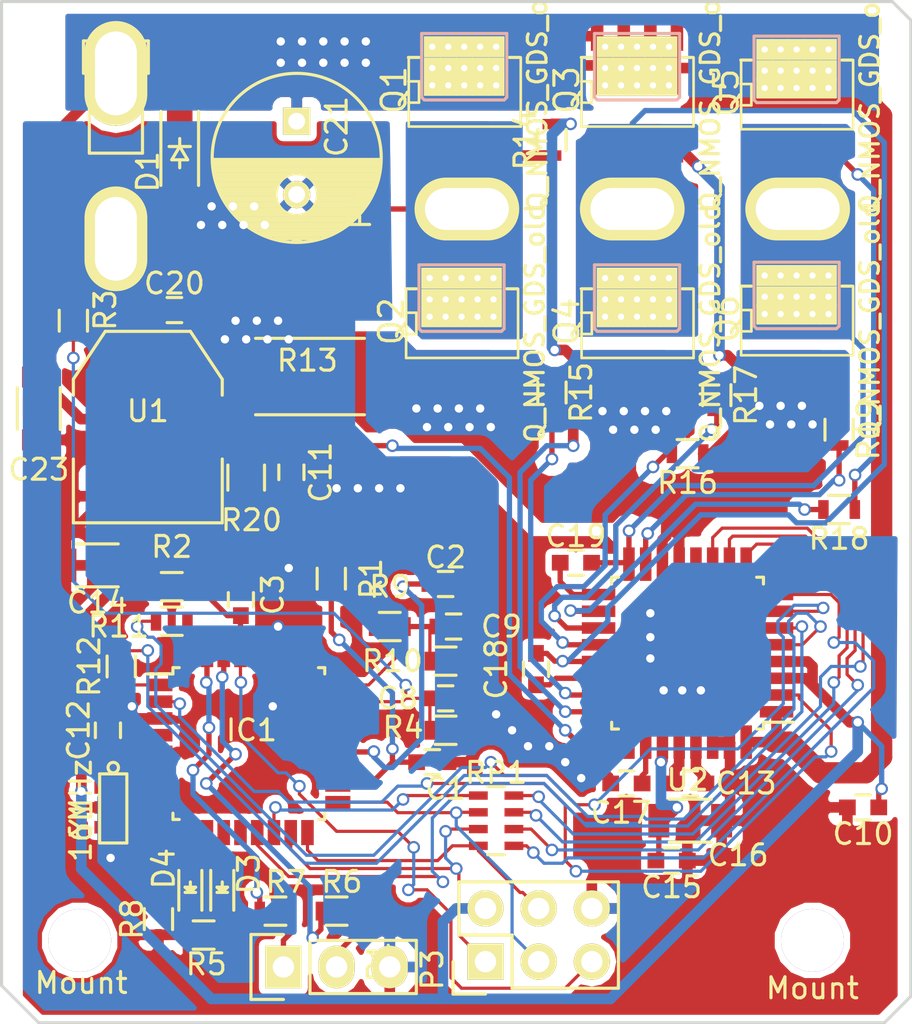
<source format=kicad_pcb>
(kicad_pcb (version 4) (host pcbnew 0.201511171411+6319~30~ubuntu15.10.1-product)
  (layers (0 F.Cu signal hide) (31 B.Cu signal) (34 B.Paste user hide) (35 F.Paste user hide) (36 B.SilkS user) (37 F.SilkS user) (38 B.Mask user hide) (39 F.Mask user hide) (44 Edge.Cuts user))
  (net 0 "")
  (net 1 "Net-(C1-Pad1)")
  (net 2 GND)
  (net 3 "Net-(C2-Pad1)")
  (net 4 /Reset)
  (net 5 /ADC0)
  (net 6 /ADC1)
  (net 7 VPP)
  (net 8 +3V3)
  (net 9 "Net-(C13-Pad1)")
  (net 10 "Net-(C13-Pad2)")
  (net 11 "Net-(C15-Pad2)")
  (net 12 /CA)
  (net 13 /MotorA)
  (net 14 /CB)
  (net 15 /MotorB)
  (net 16 /CC)
  (net 17 /MotorC)
  (net 18 "Net-(D3-Pad2)")
  (net 19 "Net-(D3-Pad1)")
  (net 20 "Net-(D4-Pad2)")
  (net 21 "Net-(D4-Pad1)")
  (net 22 "Net-(IC1-Pad1)")
  (net 23 "Net-(IC1-Pad2)")
  (net 24 "Net-(IC1-Pad7)")
  (net 25 "Net-(IC1-Pad8)")
  (net 26 "Net-(IC1-Pad9)")
  (net 27 "Net-(IC1-Pad12)")
  (net 28 "Net-(IC1-Pad13)")
  (net 29 /CS)
  (net 30 /MOSI)
  (net 31 /MISO)
  (net 32 /SCK)
  (net 33 "Net-(IC1-Pad19)")
  (net 34 "Net-(IC1-Pad22)")
  (net 35 "Net-(IC1-Pad25)")
  (net 36 "Net-(IC1-Pad26)")
  (net 37 "Net-(IC1-Pad27)")
  (net 38 "Net-(IC1-Pad28)")
  (net 39 "Net-(IC1-Pad30)")
  (net 40 "Net-(IC1-Pad31)")
  (net 41 "Net-(IC1-Pad32)")
  (net 42 /LSS)
  (net 43 /RX)
  (net 44 /TX)
  (net 45 "Net-(R11-Pad2)")
  (net 46 "Net-(R12-Pad1)")
  (net 47 "Net-(R14-Pad2)")
  (net 48 "Net-(R15-Pad2)")
  (net 49 "Net-(R16-Pad2)")
  (net 50 "Net-(R17-Pad2)")
  (net 51 "Net-(R18-Pad2)")
  (net 52 "Net-(R19-Pad2)")
  (net 53 "Net-(RP1-Pad8)")
  (net 54 "Net-(RP1-Pad7)")
  (net 55 "Net-(RP1-Pad6)")
  (net 56 "Net-(RP1-Pad5)")
  (net 57 "Net-(R20-Pad1)")
  (net 58 "Net-(Q1-PadG)")
  (net 59 "Net-(Q2-PadG)")
  (net 60 "Net-(Q3-PadG)")
  (net 61 "Net-(Q4-PadG)")
  (net 62 "Net-(Q5-PadG)")
  (net 63 "Net-(Q6-PadG)")
  (module Pin_Headers:Pin_Header_Straight_1x03 (layer F.Cu) (at 213.995 76.073 90)
    (fp_text reference P4 (at 0 -5.1 90) (layer F.SilkS))
    (fp_text value CONN_01X03)
    (pad 1 thru_hole oval (at 0 0 90) (size 3 5) (drill oval 2 4) (layers *.Cu *.Mask F.SilkS) (net 13 /MotorA))
    (pad 2 thru_hole oval (at 0 7.9 90) (size 3 5) (drill oval 2 4) (layers *.Cu *.Mask F.SilkS) (net 15 /MotorB))
    (pad 3 thru_hole oval (at 0 15.8 90) (size 3 5) (drill oval 2 4) (layers *.Cu *.Mask F.SilkS) (net 17 /MotorC))
  )
  (module Housings_QFP:TQFP-32_7x7mm_Pitch0.8mm (layer F.Cu) (at 224.536 97.282 180)
    (fp_text reference U2 (at 0 -6.05 180) (layer F.SilkS))
    (fp_text value A4960)
    (pad 1 smd rect (at -4.25 -2.8 180) (size 1.6 0.55) (layers F.Cu F.Paste F.Mask) (net 7 VPP))
    (pad 2 smd rect (at -4.25 -2 180) (size 1.6 0.55) (layers F.Cu F.Paste F.Mask) (net 23 "Net-(IC1-Pad2)"))
    (pad 3 smd rect (at -4.25 -1.2 180) (size 1.6 0.55) (layers F.Cu F.Paste F.Mask) (net 8 +3V3))
    (pad 4 smd rect (at -4.25 -0.4 180) (size 1.6 0.55) (layers F.Cu F.Paste F.Mask) (net 8 +3V3))
    (pad 5 smd rect (at -4.25 0.4 180) (size 1.6 0.55) (layers F.Cu F.Paste F.Mask) (net 46 "Net-(R12-Pad1)"))
    (pad 6 smd rect (at -4.25 1.2 180) (size 1.6 0.55) (layers F.Cu F.Paste F.Mask) (net 28 "Net-(IC1-Pad13)"))
    (pad 7 smd rect (at -4.25 2 180) (size 1.6 0.55) (layers F.Cu F.Paste F.Mask) (net 45 "Net-(R11-Pad2)"))
    (pad 8 smd rect (at -4.25 2.8 180) (size 1.6 0.55) (layers F.Cu F.Paste F.Mask) (net 56 "Net-(RP1-Pad5)"))
    (pad 9 smd rect (at -2.8 4.25 270) (size 1.6 0.55) (layers F.Cu F.Paste F.Mask) (net 54 "Net-(RP1-Pad7)"))
    (pad 10 smd rect (at -2 4.25 270) (size 1.6 0.55) (layers F.Cu F.Paste F.Mask) (net 55 "Net-(RP1-Pad6)"))
    (pad 11 smd rect (at -1.2 4.25 270) (size 1.6 0.55) (layers F.Cu F.Paste F.Mask) (net 53 "Net-(RP1-Pad8)"))
    (pad 12 smd rect (at -0.4 4.25 270) (size 1.6 0.55) (layers F.Cu F.Paste F.Mask) (net 2 GND))
    (pad 13 smd rect (at 0.4 4.25 270) (size 1.6 0.55) (layers F.Cu F.Paste F.Mask) (net 42 /LSS))
    (pad 14 smd rect (at 1.2 4.25 270) (size 1.6 0.55) (layers F.Cu F.Paste F.Mask) (net 42 /LSS))
    (pad 15 smd rect (at 2 4.25 270) (size 1.6 0.55) (layers F.Cu F.Paste F.Mask) (net 52 "Net-(R19-Pad2)"))
    (pad 16 smd rect (at 2.8 4.25 270) (size 1.6 0.55) (layers F.Cu F.Paste F.Mask) (net 17 /MotorC))
    (pad 17 smd rect (at 4.25 2.8 180) (size 1.6 0.55) (layers F.Cu F.Paste F.Mask) (net 16 /CC))
    (pad 18 smd rect (at 4.25 2 180) (size 1.6 0.55) (layers F.Cu F.Paste F.Mask) (net 51 "Net-(R18-Pad2)"))
    (pad 19 smd rect (at 4.25 1.2 180) (size 1.6 0.55) (layers F.Cu F.Paste F.Mask) (net 50 "Net-(R17-Pad2)"))
    (pad 20 smd rect (at 4.25 0.4 180) (size 1.6 0.55) (layers F.Cu F.Paste F.Mask) (net 49 "Net-(R16-Pad2)"))
    (pad 21 smd rect (at 4.25 -0.4 180) (size 1.6 0.55) (layers F.Cu F.Paste F.Mask) (net 15 /MotorB))
    (pad 22 smd rect (at 4.25 -1.2 180) (size 1.6 0.55) (layers F.Cu F.Paste F.Mask) (net 14 /CB))
    (pad 23 smd rect (at 4.25 -2 180) (size 1.6 0.55) (layers F.Cu F.Paste F.Mask) (net 48 "Net-(R15-Pad2)"))
    (pad 24 smd rect (at 4.25 -2.8 180) (size 1.6 0.55) (layers F.Cu F.Paste F.Mask) (net 47 "Net-(R14-Pad2)"))
    (pad 25 smd rect (at 2.8 -4.25 270) (size 1.6 0.55) (layers F.Cu F.Paste F.Mask) (net 13 /MotorA))
    (pad 26 smd rect (at 2 -4.25 270) (size 1.6 0.55) (layers F.Cu F.Paste F.Mask) (net 12 /CA))
    (pad 27 smd rect (at 1.2 -4.25 270) (size 1.6 0.55) (layers F.Cu F.Paste F.Mask) (net 11 "Net-(C15-Pad2)"))
    (pad 28 smd rect (at 0.4 -4.25 270) (size 1.6 0.55) (layers F.Cu F.Paste F.Mask) (net 10 "Net-(C13-Pad2)"))
    (pad 29 smd rect (at -0.4 -4.25 270) (size 1.6 0.55) (layers F.Cu F.Paste F.Mask) (net 9 "Net-(C13-Pad1)"))
    (pad 30 smd rect (at -1.2 -4.25 270) (size 1.6 0.55) (layers F.Cu F.Paste F.Mask) (net 2 GND))
    (pad 31 smd rect (at -2 -4.25 270) (size 1.6 0.55) (layers F.Cu F.Paste F.Mask) (net 2 GND))
    (pad 32 smd rect (at -2.8 -4.25 270) (size 1.6 0.55) (layers F.Cu F.Paste F.Mask) (net 7 VPP))
    (pad EP smd rect (at 0 0 180) (size 5 5) (layers F.Cu F.Paste F.Mask) (net 2 GND))
  )
  (module Pin_Headers:Pin_Header_Straight_1x02 (layer F.Cu) (at 197.231 69.596)
    (fp_text reference P2 (at 0 -5.1) (layer F.SilkS))
    (fp_text value CONN_01X02)
    (pad 1 thru_hole oval (at 0 0) (size 3 5) (drill oval 2 4) (layers *.Cu *.Mask F.SilkS) (net 7 VPP))
    (pad 2 thru_hole oval (at 0 7.9) (size 3 5) (drill oval 2 4) (layers *.Cu *.Mask F.SilkS) (net 2 GND))
  )
  (module Capacitors_SMD:C_0603 (layer F.Cu) (at 212.344 102.489)
    (fp_text reference C1 (at 0.635 1.27) (layer F.SilkS))
    (fp_text value 1u)
    (pad 1 smd rect (at -0.75 0) (size 0.8 0.75) (layers F.Cu F.Paste F.Mask) (net 1 "Net-(C1-Pad1)"))
    (pad 2 smd rect (at 0.75 0) (size 0.8 0.75) (layers F.Cu F.Paste F.Mask) (net 2 GND))
  )
  (module Capacitors_SMD:C_0603 (layer F.Cu) (at 212.979 93.98)
    (fp_text reference C2 (at 0 -1.27) (layer F.SilkS))
    (fp_text value 100n)
    (pad 1 smd rect (at -0.75 0) (size 0.8 0.75) (layers F.Cu F.Paste F.Mask) (net 3 "Net-(C2-Pad1)"))
    (pad 2 smd rect (at 0.75 0) (size 0.8 0.75) (layers F.Cu F.Paste F.Mask) (net 2 GND))
  )
  (module Capacitors_SMD:C_0603 (layer F.Cu) (at 203.2 94.742 90)
    (fp_text reference C3 (at 0.254 1.524 90) (layer F.SilkS))
    (fp_text value 100n)
    (pad 1 smd rect (at -0.75 0 90) (size 0.8 0.75) (layers F.Cu F.Paste F.Mask) (net 4 /Reset))
    (pad 2 smd rect (at 0.75 0 90) (size 0.8 0.75) (layers F.Cu F.Paste F.Mask) (net 2 GND))
  )
  (module Capacitors_SMD:C_0603 (layer F.Cu) (at 212.979 99.441)
    (fp_text reference C8 (at -2.286 0) (layer F.SilkS))
    (fp_text value 100n)
    (pad 1 smd rect (at -0.75 0) (size 0.8 0.75) (layers F.Cu F.Paste F.Mask) (net 5 /ADC0))
    (pad 2 smd rect (at 0.75 0) (size 0.8 0.75) (layers F.Cu F.Paste F.Mask) (net 2 GND))
  )
  (module Capacitors_SMD:C_0603 (layer F.Cu) (at 213.36 96.012)
    (fp_text reference C9 (at 2.286 0) (layer F.SilkS))
    (fp_text value 100n)
    (pad 1 smd rect (at -0.75 0) (size 0.8 0.75) (layers F.Cu F.Paste F.Mask) (net 6 /ADC1))
    (pad 2 smd rect (at 0.75 0) (size 0.8 0.75) (layers F.Cu F.Paste F.Mask) (net 2 GND))
  )
  (module Capacitors_SMD:C_0603 (layer F.Cu) (at 232.918 104.648 180)
    (fp_text reference C10 (at 0 -1.27 180) (layer F.SilkS))
    (fp_text value 100n)
    (pad 1 smd rect (at -0.75 0 180) (size 0.8 0.75) (layers F.Cu F.Paste F.Mask) (net 8 +3V3))
    (pad 2 smd rect (at 0.75 0 180) (size 0.8 0.75) (layers F.Cu F.Paste F.Mask) (net 2 GND))
  )
  (module Capacitors_SMD:C_0603 (layer F.Cu) (at 205.613 88.646 270)
    (fp_text reference C11 (at 0 -1.397 270) (layer F.SilkS))
    (fp_text value 100n)
    (pad 1 smd rect (at -0.75 0 270) (size 0.8 0.75) (layers F.Cu F.Paste F.Mask) (net 7 VPP))
    (pad 2 smd rect (at 0.75 0 270) (size 0.8 0.75) (layers F.Cu F.Paste F.Mask) (net 2 GND))
  )
  (module Capacitors_SMD:C_0603 (layer F.Cu) (at 196.85 100.965 90)
    (fp_text reference C12 (at 0 -1.397 90) (layer F.SilkS))
    (fp_text value 100n)
    (pad 1 smd rect (at -0.75 0 90) (size 0.8 0.75) (layers F.Cu F.Paste F.Mask) (net 8 +3V3))
    (pad 2 smd rect (at 0.75 0 90) (size 0.8 0.75) (layers F.Cu F.Paste F.Mask) (net 2 GND))
  )
  (module Capacitors_SMD:C_0603 (layer F.Cu) (at 224.663 103.505 180)
    (fp_text reference C13 (at -2.667 0 180) (layer F.SilkS))
    (fp_text value 220n)
    (pad 1 smd rect (at -0.75 0 180) (size 0.8 0.75) (layers F.Cu F.Paste F.Mask) (net 9 "Net-(C13-Pad1)"))
    (pad 2 smd rect (at 0.75 0 180) (size 0.8 0.75) (layers F.Cu F.Paste F.Mask) (net 10 "Net-(C13-Pad2)"))
  )
  (module Capacitors_SMD:C_1206 (layer F.Cu) (at 196.342 93.091 180)
    (fp_text reference C14 (at 0 -1.778 180) (layer F.SilkS))
    (fp_text value 22µ)
    (pad 1 smd rect (at -1.5 0 180) (size 1 1.6) (layers F.Cu F.Paste F.Mask) (net 8 +3V3))
    (pad 2 smd rect (at 1.5 0 180) (size 1 1.6) (layers F.Cu F.Paste F.Mask) (net 2 GND))
  )
  (module Capacitors_SMD:C_0603 (layer F.Cu) (at 223.774 107.188 180)
    (fp_text reference C15 (at 0 -1.27 180) (layer F.SilkS))
    (fp_text value 100n)
    (pad 1 smd rect (at -0.75 0 180) (size 0.8 0.75) (layers F.Cu F.Paste F.Mask) (net 2 GND))
    (pad 2 smd rect (at 0.75 0 180) (size 0.8 0.75) (layers F.Cu F.Paste F.Mask) (net 11 "Net-(C15-Pad2)"))
  )
  (module Capacitors_SMD:C_1206 (layer F.Cu) (at 224.663 105.283 180)
    (fp_text reference C16 (at -2.286 -1.651 180) (layer F.SilkS))
    (fp_text value 22u)
    (pad 1 smd rect (at -1.5 0 180) (size 1 1.6) (layers F.Cu F.Paste F.Mask) (net 2 GND))
    (pad 2 smd rect (at 1.5 0 180) (size 1 1.6) (layers F.Cu F.Paste F.Mask) (net 11 "Net-(C15-Pad2)"))
  )
  (module Capacitors_SMD:C_0603 (layer F.Cu) (at 221.615 103.505 180)
    (fp_text reference C17 (at 0.254 -1.397 180) (layer F.SilkS))
    (fp_text value 100n)
    (pad 1 smd rect (at -0.75 0 180) (size 0.8 0.75) (layers F.Cu F.Paste F.Mask) (net 12 /CA))
    (pad 2 smd rect (at 0.75 0 180) (size 0.8 0.75) (layers F.Cu F.Paste F.Mask) (net 13 /MotorA))
  )
  (module Capacitors_SMD:C_0603 (layer F.Cu) (at 217.297 98.044 90)
    (fp_text reference C18 (at 0 -1.9 90) (layer F.SilkS))
    (fp_text value 100n)
    (pad 1 smd rect (at -0.75 0 90) (size 0.8 0.75) (layers F.Cu F.Paste F.Mask) (net 14 /CB))
    (pad 2 smd rect (at 0.75 0 90) (size 0.8 0.75) (layers F.Cu F.Paste F.Mask) (net 15 /MotorB))
  )
  (module Capacitors_SMD:C_0603 (layer F.Cu) (at 219.202 92.964)
    (fp_text reference C19 (at 0 -1.27) (layer F.SilkS))
    (fp_text value 100n)
    (pad 1 smd rect (at -0.75 0) (size 0.8 0.75) (layers F.Cu F.Paste F.Mask) (net 16 /CC))
    (pad 2 smd rect (at 0.75 0) (size 0.8 0.75) (layers F.Cu F.Paste F.Mask) (net 17 /MotorC))
  )
  (module Capacitors_SMD:C_0603 (layer F.Cu) (at 200.025 80.899)
    (fp_text reference C20 (at 0 -1.27) (layer F.SilkS))
    (fp_text value 100n)
    (pad 1 smd rect (at -0.75 0) (size 0.8 0.75) (layers F.Cu F.Paste F.Mask) (net 7 VPP))
    (pad 2 smd rect (at 0.75 0) (size 0.8 0.75) (layers F.Cu F.Paste F.Mask) (net 2 GND))
  )
  (module Capacitors_SMD:C_1206 (layer F.Cu) (at 193.548 85.598 270)
    (fp_text reference C23 (at 2.921 0 360) (layer F.SilkS))
    (fp_text value 4,7µ/25V)
    (pad 1 smd rect (at -1.5 0 270) (size 1 1.6) (layers F.Cu F.Paste F.Mask) (net 7 VPP))
    (pad 2 smd rect (at 1.5 0 270) (size 1 1.6) (layers F.Cu F.Paste F.Mask) (net 2 GND))
  )
  (module LEDs:LED-0603 (layer F.Cu) (at 202.311 108.458 90)
    (fp_text reference D3 (at 0.635 1.27 90) (layer F.SilkS))
    (fp_text value LED)
    (pad 2 smd rect (at 0.7493 0 270) (size 0.79756 0.79756) (layers F.Cu F.Paste F.Mask) (net 18 "Net-(D3-Pad2)"))
    (pad 1 smd rect (at -0.7493 0 270) (size 0.79756 0.79756) (layers F.Cu F.Paste F.Mask) (net 19 "Net-(D3-Pad1)"))
  )
  (module LEDs:LED-0603 (layer F.Cu) (at 200.787 108.458 90)
    (fp_text reference D4 (at 0.889 -1.27 90) (layer F.SilkS))
    (fp_text value LED)
    (pad 2 smd rect (at 0.7493 0 270) (size 0.79756 0.79756) (layers F.Cu F.Paste F.Mask) (net 20 "Net-(D4-Pad2)"))
    (pad 1 smd rect (at -0.7493 0 270) (size 0.79756 0.79756) (layers F.Cu F.Paste F.Mask) (net 21 "Net-(D4-Pad1)"))
  )
  (module Housings_QFP:LQFP-32_7x7mm_Pitch0.8mm (layer F.Cu) (at 203.581 101.6)
    (fp_text reference IC1 (at 0.127 -0.635) (layer F.SilkS))
    (fp_text value ATMEGA8-AI)
    (pad 1 smd rect (at -4.25 -2.8) (size 1.2 0.6) (layers F.Cu F.Paste F.Mask) (net 22 "Net-(IC1-Pad1)"))
    (pad 2 smd rect (at -4.25 -2) (size 1.2 0.6) (layers F.Cu F.Paste F.Mask) (net 23 "Net-(IC1-Pad2)"))
    (pad 3 smd rect (at -4.25 -1.2) (size 1.2 0.6) (layers F.Cu F.Paste F.Mask) (net 2 GND))
    (pad 4 smd rect (at -4.25 -0.4) (size 1.2 0.6) (layers F.Cu F.Paste F.Mask) (net 8 +3V3))
    (pad 5 smd rect (at -4.25 0.4) (size 1.2 0.6) (layers F.Cu F.Paste F.Mask) (net 2 GND))
    (pad 6 smd rect (at -4.25 1.2) (size 1.2 0.6) (layers F.Cu F.Paste F.Mask) (net 8 +3V3))
    (pad 7 smd rect (at -4.25 2) (size 1.2 0.6) (layers F.Cu F.Paste F.Mask) (net 24 "Net-(IC1-Pad7)"))
    (pad 8 smd rect (at -4.25 2.8) (size 1.2 0.6) (layers F.Cu F.Paste F.Mask) (net 25 "Net-(IC1-Pad8)"))
    (pad 9 smd rect (at -2.8 4.25 90) (size 1.2 0.6) (layers F.Cu F.Paste F.Mask) (net 26 "Net-(IC1-Pad9)"))
    (pad 10 smd rect (at -2 4.25 90) (size 1.2 0.6) (layers F.Cu F.Paste F.Mask) (net 20 "Net-(D4-Pad2)"))
    (pad 11 smd rect (at -1.2 4.25 90) (size 1.2 0.6) (layers F.Cu F.Paste F.Mask) (net 18 "Net-(D3-Pad2)"))
    (pad 12 smd rect (at -0.4 4.25 90) (size 1.2 0.6) (layers F.Cu F.Paste F.Mask) (net 27 "Net-(IC1-Pad12)"))
    (pad 13 smd rect (at 0.4 4.25 90) (size 1.2 0.6) (layers F.Cu F.Paste F.Mask) (net 28 "Net-(IC1-Pad13)"))
    (pad 14 smd rect (at 1.2 4.25 90) (size 1.2 0.6) (layers F.Cu F.Paste F.Mask) (net 29 /CS))
    (pad 15 smd rect (at 2 4.25 90) (size 1.2 0.6) (layers F.Cu F.Paste F.Mask) (net 30 /MOSI))
    (pad 16 smd rect (at 2.8 4.25 90) (size 1.2 0.6) (layers F.Cu F.Paste F.Mask) (net 31 /MISO))
    (pad 17 smd rect (at 4.25 2.8) (size 1.2 0.6) (layers F.Cu F.Paste F.Mask) (net 32 /SCK))
    (pad 18 smd rect (at 4.25 2) (size 1.2 0.6) (layers F.Cu F.Paste F.Mask) (net 1 "Net-(C1-Pad1)"))
    (pad 19 smd rect (at 4.25 1.2) (size 1.2 0.6) (layers F.Cu F.Paste F.Mask) (net 33 "Net-(IC1-Pad19)"))
    (pad 20 smd rect (at 4.25 0.4) (size 1.2 0.6) (layers F.Cu F.Paste F.Mask) (net 3 "Net-(C2-Pad1)"))
    (pad 21 smd rect (at 4.25 -0.4) (size 1.2 0.6) (layers F.Cu F.Paste F.Mask) (net 2 GND))
    (pad 22 smd rect (at 4.25 -1.2) (size 1.2 0.6) (layers F.Cu F.Paste F.Mask) (net 34 "Net-(IC1-Pad22)"))
    (pad 23 smd rect (at 4.25 -2) (size 1.2 0.6) (layers F.Cu F.Paste F.Mask) (net 5 /ADC0))
    (pad 24 smd rect (at 4.25 -2.8) (size 1.2 0.6) (layers F.Cu F.Paste F.Mask) (net 6 /ADC1))
    (pad 25 smd rect (at 2.8 -4.25 90) (size 1.2 0.6) (layers F.Cu F.Paste F.Mask) (net 35 "Net-(IC1-Pad25)"))
    (pad 26 smd rect (at 2 -4.25 90) (size 1.2 0.6) (layers F.Cu F.Paste F.Mask) (net 36 "Net-(IC1-Pad26)"))
    (pad 27 smd rect (at 1.2 -4.25 90) (size 1.2 0.6) (layers F.Cu F.Paste F.Mask) (net 37 "Net-(IC1-Pad27)"))
    (pad 28 smd rect (at 0.4 -4.25 90) (size 1.2 0.6) (layers F.Cu F.Paste F.Mask) (net 38 "Net-(IC1-Pad28)"))
    (pad 29 smd rect (at -0.4 -4.25 90) (size 1.2 0.6) (layers F.Cu F.Paste F.Mask) (net 4 /Reset))
    (pad 30 smd rect (at -1.2 -4.25 90) (size 1.2 0.6) (layers F.Cu F.Paste F.Mask) (net 39 "Net-(IC1-Pad30)"))
    (pad 31 smd rect (at -2 -4.25 90) (size 1.2 0.6) (layers F.Cu F.Paste F.Mask) (net 40 "Net-(IC1-Pad31)"))
    (pad 32 smd rect (at -2.8 -4.25 90) (size 1.2 0.6) (layers F.Cu F.Paste F.Mask) (net 41 "Net-(IC1-Pad32)"))
  )
  (module Resistors_SMD:R_0603 (layer F.Cu) (at 207.518 93.726 270)
    (fp_text reference R1 (at 0 -1.9 270) (layer F.SilkS))
    (fp_text value 100)
    (pad 1 smd rect (at -0.75 0 270) (size 0.5 0.9) (layers F.Cu F.Paste F.Mask) (net 8 +3V3))
    (pad 2 smd rect (at 0.75 0 270) (size 0.5 0.9) (layers F.Cu F.Paste F.Mask) (net 1 "Net-(C1-Pad1)"))
  )
  (module Resistors_SMD:R_0603 (layer F.Cu) (at 199.898 94.107)
    (fp_text reference R2 (at 0 -1.9) (layer F.SilkS))
    (fp_text value 4,7k)
    (pad 1 smd rect (at -0.75 0) (size 0.5 0.9) (layers F.Cu F.Paste F.Mask) (net 8 +3V3))
    (pad 2 smd rect (at 0.75 0) (size 0.5 0.9) (layers F.Cu F.Paste F.Mask) (net 4 /Reset))
  )
  (module Resistors_SMD:R_0603 (layer F.Cu) (at 195.199 81.407 270)
    (fp_text reference R3 (at -0.508 -1.524 270) (layer F.SilkS))
    (fp_text value R)
    (pad 1 smd rect (at -0.75 0 270) (size 0.5 0.9) (layers F.Cu F.Paste F.Mask) (net 7 VPP))
    (pad 2 smd rect (at 0.75 0 270) (size 0.5 0.9) (layers F.Cu F.Paste F.Mask) (net 5 /ADC0))
  )
  (module Resistors_SMD:R_0603 (layer F.Cu) (at 212.979 100.965)
    (fp_text reference R4 (at -2.032 -0.127) (layer F.SilkS))
    (fp_text value R)
    (pad 1 smd rect (at -0.75 0) (size 0.5 0.9) (layers F.Cu F.Paste F.Mask) (net 5 /ADC0))
    (pad 2 smd rect (at 0.75 0) (size 0.5 0.9) (layers F.Cu F.Paste F.Mask) (net 2 GND))
  )
  (module Resistors_SMD:R_0603 (layer F.Cu) (at 201.422 110.744 180)
    (fp_text reference R5 (at -0.127 -1.397 180) (layer F.SilkS))
    (fp_text value 100)
    (pad 1 smd rect (at -0.75 0 180) (size 0.5 0.9) (layers F.Cu F.Paste F.Mask) (net 19 "Net-(D3-Pad1)"))
    (pad 2 smd rect (at 0.75 0 180) (size 0.5 0.9) (layers F.Cu F.Paste F.Mask) (net 2 GND))
  )
  (module Resistors_SMD:R_0603 (layer F.Cu) (at 207.772 109.601)
    (fp_text reference R6 (at 0.254 -1.397) (layer F.SilkS))
    (fp_text value 1k)
    (pad 1 smd rect (at -0.75 0) (size 0.5 0.9) (layers F.Cu F.Paste F.Mask) (net 39 "Net-(IC1-Pad30)"))
    (pad 2 smd rect (at 0.75 0) (size 0.5 0.9) (layers F.Cu F.Paste F.Mask) (net 43 /RX))
  )
  (module Resistors_SMD:R_0603 (layer F.Cu) (at 204.851 109.601 180)
    (fp_text reference R7 (at -0.508 1.397 180) (layer F.SilkS))
    (fp_text value 1k)
    (pad 1 smd rect (at -0.75 0 180) (size 0.5 0.9) (layers F.Cu F.Paste F.Mask) (net 44 /TX))
    (pad 2 smd rect (at 0.75 0 180) (size 0.5 0.9) (layers F.Cu F.Paste F.Mask) (net 40 "Net-(IC1-Pad31)"))
  )
  (module Resistors_SMD:R_0603 (layer F.Cu) (at 199.263 109.982 270)
    (fp_text reference R8 (at 0 1.27 270) (layer F.SilkS))
    (fp_text value 100)
    (pad 1 smd rect (at -0.75 0 270) (size 0.5 0.9) (layers F.Cu F.Paste F.Mask) (net 21 "Net-(D4-Pad1)"))
    (pad 2 smd rect (at 0.75 0 270) (size 0.5 0.9) (layers F.Cu F.Paste F.Mask) (net 2 GND))
  )
  (module Resistors_SMD:R_0603 (layer F.Cu) (at 210.312 96.012)
    (fp_text reference R9 (at 0 -1.9) (layer F.SilkS))
    (fp_text value R)
    (pad 1 smd rect (at -0.75 0) (size 0.5 0.9) (layers F.Cu F.Paste F.Mask) (net 8 +3V3))
    (pad 2 smd rect (at 0.75 0) (size 0.5 0.9) (layers F.Cu F.Paste F.Mask) (net 6 /ADC1))
  )
  (module Resistors_SMD:R_0603 (layer F.Cu) (at 212.979 97.663)
    (fp_text reference R10 (at -2.54 0) (layer F.SilkS))
    (fp_text value R)
    (pad 1 smd rect (at -0.75 0) (size 0.5 0.9) (layers F.Cu F.Paste F.Mask) (net 6 /ADC1))
    (pad 2 smd rect (at 0.75 0) (size 0.5 0.9) (layers F.Cu F.Paste F.Mask) (net 2 GND))
  )
  (module Resistors_SMD:R_0603 (layer F.Cu) (at 199.898 95.758 180)
    (fp_text reference R11 (at 2.54 -0.254 180) (layer F.SilkS))
    (fp_text value 1k)
    (pad 1 smd rect (at -0.75 0 180) (size 0.5 0.9) (layers F.Cu F.Paste F.Mask) (net 41 "Net-(IC1-Pad32)"))
    (pad 2 smd rect (at 0.75 0 180) (size 0.5 0.9) (layers F.Cu F.Paste F.Mask) (net 45 "Net-(R11-Pad2)"))
  )
  (module Resistors_SMD:R_0603 (layer F.Cu) (at 197.485 97.917 270)
    (fp_text reference R12 (at 0 1.524 270) (layer F.SilkS))
    (fp_text value 1k)
    (pad 1 smd rect (at -0.75 0 270) (size 0.5 0.9) (layers F.Cu F.Paste F.Mask) (net 46 "Net-(R12-Pad1)"))
    (pad 2 smd rect (at 0.75 0 270) (size 0.5 0.9) (layers F.Cu F.Paste F.Mask) (net 22 "Net-(IC1-Pad1)"))
  )
  (module Resistors_SMD:R_0603 (layer F.Cu) (at 218.059 72.771 90)
    (fp_text reference R14 (at 0 -1.27 90) (layer F.SilkS))
    (fp_text value 10)
    (pad 1 smd rect (at -0.75 0 90) (size 0.5 0.9) (layers F.Cu F.Paste F.Mask) (net 58 "Net-(Q1-PadG)"))
    (pad 2 smd rect (at 0.75 0 90) (size 0.5 0.9) (layers F.Cu F.Paste F.Mask) (net 47 "Net-(R14-Pad2)"))
  )
  (module Resistors_SMD:R_0603 (layer F.Cu) (at 218.059 84.836 270)
    (fp_text reference R15 (at 0 -1.397 270) (layer F.SilkS))
    (fp_text value 10)
    (pad 1 smd rect (at -0.75 0 270) (size 0.5 0.9) (layers F.Cu F.Paste F.Mask) (net 59 "Net-(Q2-PadG)"))
    (pad 2 smd rect (at 0.75 0 270) (size 0.5 0.9) (layers F.Cu F.Paste F.Mask) (net 48 "Net-(R15-Pad2)"))
  )
  (module Resistors_SMD:R_0603 (layer F.Cu) (at 224.536 87.757 180)
    (fp_text reference R16 (at 0 -1.397 180) (layer F.SilkS))
    (fp_text value 10)
    (pad 1 smd rect (at -0.75 0 180) (size 0.5 0.9) (layers F.Cu F.Paste F.Mask) (net 60 "Net-(Q3-PadG)"))
    (pad 2 smd rect (at 0.75 0 180) (size 0.5 0.9) (layers F.Cu F.Paste F.Mask) (net 49 "Net-(R16-Pad2)"))
  )
  (module Resistors_SMD:R_0603 (layer F.Cu) (at 225.933 84.963 270)
    (fp_text reference R17 (at 0 -1.397 270) (layer F.SilkS))
    (fp_text value 10)
    (pad 1 smd rect (at -0.75 0 270) (size 0.5 0.9) (layers F.Cu F.Paste F.Mask) (net 61 "Net-(Q4-PadG)"))
    (pad 2 smd rect (at 0.75 0 270) (size 0.5 0.9) (layers F.Cu F.Paste F.Mask) (net 50 "Net-(R17-Pad2)"))
  )
  (module Resistors_SMD:R_0603 (layer F.Cu) (at 231.775 90.424 180)
    (fp_text reference R18 (at 0 -1.397 180) (layer F.SilkS))
    (fp_text value 10)
    (pad 1 smd rect (at -0.75 0 180) (size 0.5 0.9) (layers F.Cu F.Paste F.Mask) (net 62 "Net-(Q5-PadG)"))
    (pad 2 smd rect (at 0.75 0 180) (size 0.5 0.9) (layers F.Cu F.Paste F.Mask) (net 51 "Net-(R18-Pad2)"))
  )
  (module Resistors_SMD:R_0603 (layer F.Cu) (at 231.775 86.614 270)
    (fp_text reference R19 (at 0 -1.397 270) (layer F.SilkS))
    (fp_text value 10)
    (pad 1 smd rect (at -0.75 0 270) (size 0.5 0.9) (layers F.Cu F.Paste F.Mask) (net 63 "Net-(Q6-PadG)"))
    (pad 2 smd rect (at 0.75 0 270) (size 0.5 0.9) (layers F.Cu F.Paste F.Mask) (net 52 "Net-(R19-Pad2)"))
  )
  (module Resistors_SMD:R_Array_Concave_4x0603 (layer F.Cu) (at 215.392 105.283)
    (fp_text reference RP1 (at 0 -2.286) (layer F.SilkS))
    (fp_text value R_PACK4)
    (pad 2 smd rect (at -0.85 -0.4) (size 0.9 0.4) (layers F.Cu F.Paste F.Mask) (net 32 /SCK))
    (pad 3 smd rect (at -0.85 0.4) (size 0.9 0.4) (layers F.Cu F.Paste F.Mask) (net 30 /MOSI))
    (pad 1 smd rect (at -0.85 -1.2) (size 0.9 0.4) (layers F.Cu F.Paste F.Mask) (net 29 /CS))
    (pad 4 smd rect (at -0.85 1.2) (size 0.9 0.4) (layers F.Cu F.Paste F.Mask) (net 31 /MISO))
    (pad 8 smd rect (at 0.85 -1.2) (size 0.9 0.4) (layers F.Cu F.Paste F.Mask) (net 53 "Net-(RP1-Pad8)"))
    (pad 7 smd rect (at 0.85 -0.4) (size 0.9 0.4) (layers F.Cu F.Paste F.Mask) (net 54 "Net-(RP1-Pad7)"))
    (pad 6 smd rect (at 0.85 0.4) (size 0.9 0.4) (layers F.Cu F.Paste F.Mask) (net 55 "Net-(RP1-Pad6)"))
    (pad 5 smd rect (at 0.85 1.2) (size 0.9 0.4) (layers F.Cu F.Paste F.Mask) (net 56 "Net-(RP1-Pad5)"))
  )
  (module Capacitors_ThroughHole:C_Radial_D8_L11.5_P3.5 (layer F.Cu) (at 205.867 71.882 270)
    (fp_text reference C21 (at 0.254 -1.905 270) (layer F.SilkS))
    (fp_text value 1000µ/25V)
    (pad 2 thru_hole circle (at 3.5 0 270) (size 1.3 1.3) (drill 0.8) (layers *.Cu *.Mask F.SilkS) (net 2 GND))
    (pad 1 thru_hole rect (at 0 0 270) (size 1.3 1.3) (drill 0.8) (layers *.Cu *.Mask F.SilkS) (net 7 VPP))
  )
  (module Diodes_SMD:SOD-123 (layer F.Cu) (at 200.279 73.406 270)
    (fp_text reference D1 (at 0.889 1.524 270) (layer F.SilkS))
    (fp_text value "TVS 18V")
    (pad 1 smd rect (at -1.635 0 270) (size 0.91 1.22) (layers F.Cu F.Paste F.Mask) (net 7 VPP))
    (pad 2 smd rect (at 1.635 0 270) (size 0.91 1.22) (layers F.Cu F.Paste F.Mask) (net 2 GND))
  )
  (module Pin_Headers:Pin_Header_Straight_2x03 (layer F.Cu) (at 214.884 112.014 90)
    (fp_text reference P1 (at 0 -5.1 90) (layer F.SilkS))
    (fp_text value CONN_02X03)
    (pad 1 thru_hole rect (at 0 0 90) (size 1.7272 1.7272) (drill 1.016) (layers *.Cu *.Mask F.SilkS) (net 30 /MOSI))
    (pad 2 thru_hole oval (at 2.54 0 90) (size 1.7272 1.7272) (drill 1.016) (layers *.Cu *.Mask F.SilkS) (net 8 +3V3))
    (pad 3 thru_hole oval (at 0 2.54 90) (size 1.7272 1.7272) (drill 1.016) (layers *.Cu *.Mask F.SilkS) (net 32 /SCK))
    (pad 4 thru_hole oval (at 2.54 2.54 90) (size 1.7272 1.7272) (drill 1.016) (layers *.Cu *.Mask F.SilkS) (net 31 /MISO))
    (pad 5 thru_hole oval (at 0 5.08 90) (size 1.7272 1.7272) (drill 1.016) (layers *.Cu *.Mask F.SilkS) (net 4 /Reset))
    (pad 6 thru_hole oval (at 2.54 5.08 90) (size 1.7272 1.7272) (drill 1.016) (layers *.Cu *.Mask F.SilkS) (net 2 GND))
  )
  (module Pin_Headers:Pin_Header_Straight_1x03 (layer F.Cu) (at 205.232 112.268 90)
    (fp_text reference P3 (at -0.127 7.112 90) (layer F.SilkS))
    (fp_text value CONN_01X03)
    (pad 1 thru_hole rect (at 0 0 90) (size 2.032 1.7272) (drill 1.016) (layers *.Cu *.Mask F.SilkS) (net 44 /TX))
    (pad 2 thru_hole oval (at 0 2.54 90) (size 2.032 1.7272) (drill 1.016) (layers *.Cu *.Mask F.SilkS) (net 43 /RX))
    (pad 3 thru_hole oval (at 0 5.08 90) (size 2.032 1.7272) (drill 1.016) (layers *.Cu *.Mask F.SilkS) (net 2 GND))
  )
  (module Resistors_SMD:R_0805 (layer F.Cu) (at 203.454 88.9 90)
    (fp_text reference R20 (at -2.032 0.254 180) (layer F.SilkS))
    (fp_text value 1)
    (pad 1 smd rect (at -0.95 0 90) (size 0.7 1.3) (layers F.Cu F.Paste F.Mask) (net 57 "Net-(R20-Pad1)"))
    (pad 2 smd rect (at 0.95 0 90) (size 0.7 1.3) (layers F.Cu F.Paste F.Mask) (net 7 VPP))
  )
  (module toni:CerOsc_3,2x1,3 (layer F.Cu) (at 197.104 104.648 270)
    (fp_text reference Y1 (at 0.508 1.524 270) (layer F.SilkS))
    (fp_text value 16MHz (at 0.15 1.55 270) (layer F.SilkS))
    (pad 1 smd rect (at -0.95 0 270) (size 0.6 1.8) (layers F.Cu F.Paste F.Mask) (net 24 "Net-(IC1-Pad7)"))
    (pad 2 smd rect (at 0 0 270) (size 0.6 1.8) (layers F.Cu F.Paste F.Mask) (net 2 GND))
    (pad 3 smd rect (at 0.95 0 270) (size 0.6 1.8) (layers F.Cu F.Paste F.Mask) (net 25 "Net-(IC1-Pad8)"))
  )
  (module Resistors_SMD:R_2512 (layer F.Cu) (at 206.502 84.074 180)
    (fp_text reference R13 (at 0.127 0.762 180) (layer F.SilkS))
    (fp_text value R)
    (pad 1 smd rect (at -3.1 0 180) (size 1 3.2) (layers F.Cu F.Paste F.Mask) (net 42 /LSS))
    (pad 2 smd rect (at 3.1 0 180) (size 1 3.2) (layers F.Cu F.Paste F.Mask) (net 2 GND))
  )
  (module TO_SOT_Packages_SMD:SOT-223 (layer F.Cu) (at 198.755 86.487)
    (fp_text reference U1 (at 0 -0.762) (layer F.SilkS))
    (fp_text value LD1117S50TR)
    (pad 4 smd rect (at 0 -3.302) (size 3.6576 2.032) (layers F.Cu F.Paste F.Mask))
    (pad 2 smd rect (at 0 3.302) (size 1.016 2.032) (layers F.Cu F.Paste F.Mask) (net 8 +3V3))
    (pad 3 smd rect (at 2.286 3.302) (size 1.016 2.032) (layers F.Cu F.Paste F.Mask) (net 57 "Net-(R20-Pad1)"))
    (pad 1 smd rect (at -2.286 3.302) (size 1.016 2.032) (layers F.Cu F.Paste F.Mask) (net 2 GND))
  )
  (module Sven:SO8_WITH_Heatpipes_New (layer F.Cu) (at 213.868 70.485)
    (fp_text reference Q1 (at -3.35026 -0.09906 90) (layer F.SilkS) (effects (font (size 1.143 1.143) (thickness 0.1524))))
    (fp_text value Q_NMOS_GDS_old (at 3.50012 0 90) (layer F.SilkS) (effects (font (size 0.889 0.889) (thickness 0.1524))))
    (pad D smd rect (at -1.905 -2.667) (size 0.59944 1.39954) (layers F.Cu F.Paste F.Mask) (net 7 VPP))
    (pad S smd rect (at -1.905 2.667) (size 0.59944 1.39954) (layers F.Cu F.Paste F.Mask) (net 13 /MotorA))
    (pad D smd rect (at -0.635 -2.667) (size 0.59944 1.39954) (layers F.Cu F.Paste F.Mask) (net 7 VPP))
    (pad D smd rect (at 0.635 -2.667) (size 0.59944 1.39954) (layers F.Cu F.Paste F.Mask) (net 7 VPP))
    (pad D smd rect (at 1.905 -2.667) (size 0.59944 1.39954) (layers F.Cu F.Paste F.Mask) (net 7 VPP))
    (pad S smd rect (at -0.635 2.667) (size 0.59944 1.39954) (layers F.Cu F.Paste F.Mask) (net 13 /MotorA))
    (pad S smd rect (at 0.635 2.667) (size 0.59944 1.39954) (layers F.Cu F.Paste F.Mask) (net 13 /MotorA))
    (pad G smd rect (at 1.905 2.667) (size 0.59944 1.39954) (layers F.Cu F.Paste F.Mask) (net 58 "Net-(Q1-PadG)"))
    (pad D smd rect (at 0 -1.27) (size 4.0005 2.79908) (layers F.Cu F.Paste F.Mask) (net 7 VPP))
    (pad D thru_hole rect (at -1.524 -2.159) (size 0.8 1) (drill 0.3) (layers *.Cu *.Mask F.SilkS) (net 7 VPP))
    (pad D thru_hole rect (at -0.762 -2.159) (size 0.8 1) (drill 0.3) (layers *.Cu *.Mask F.SilkS) (net 7 VPP))
    (pad D thru_hole rect (at 0 -2.159) (size 0.8 1) (drill 0.3) (layers *.Cu *.Mask F.SilkS) (net 7 VPP))
    (pad D thru_hole rect (at 0.762 -2.159) (size 0.8 1) (drill 0.3) (layers *.Cu *.Mask F.SilkS) (net 7 VPP))
    (pad D thru_hole rect (at 1.524 -2.159) (size 0.8 1) (drill 0.3) (layers *.Cu *.Mask F.SilkS) (net 7 VPP))
    (pad D thru_hole rect (at -1.524 -1.143) (size 0.8 1) (drill 0.3) (layers *.Cu *.Mask F.SilkS) (net 7 VPP))
    (pad D thru_hole rect (at -0.762 -1.143) (size 0.8 1) (drill 0.3) (layers *.Cu *.Mask F.SilkS) (net 7 VPP))
    (pad D thru_hole rect (at 0 -1.143) (size 0.8 1) (drill 0.3) (layers *.Cu *.Mask F.SilkS) (net 7 VPP))
    (pad D thru_hole rect (at 0.762 -1.143) (size 0.8 1) (drill 0.3) (layers *.Cu *.Mask F.SilkS) (net 7 VPP))
    (pad D thru_hole rect (at 1.524 -1.143) (size 0.8 1) (drill 0.3) (layers *.Cu *.Mask F.SilkS) (net 7 VPP))
    (pad D thru_hole rect (at -1.524 -0.3175) (size 0.8 1) (drill 0.3) (layers *.Cu *.Mask F.SilkS) (net 7 VPP))
    (pad D thru_hole rect (at -0.762 -0.3175) (size 0.8 1) (drill 0.3) (layers *.Cu *.Mask F.SilkS) (net 7 VPP))
    (pad D thru_hole rect (at 0 -0.3175) (size 0.8 1) (drill 0.3) (layers *.Cu *.Mask F.SilkS) (net 7 VPP))
    (pad D thru_hole rect (at 0.762 -0.3175) (size 0.8 1) (drill 0.3) (layers *.Cu *.Mask F.SilkS) (net 7 VPP))
    (pad D thru_hole rect (at 1.524 -0.3175) (size 0.8 1) (drill 0.3) (layers *.Cu *.Mask F.SilkS) (net 7 VPP))
  )
  (module Sven:SO8_WITH_Heatpipes_New (layer F.Cu) (at 213.741 81.534)
    (fp_text reference Q2 (at -3.35026 -0.09906 90) (layer F.SilkS) (effects (font (size 1.143 1.143) (thickness 0.1524))))
    (fp_text value Q_NMOS_GDS_old (at 3.50012 0 90) (layer F.SilkS) (effects (font (size 0.889 0.889) (thickness 0.1524))))
    (pad D smd rect (at -1.905 -2.667) (size 0.59944 1.39954) (layers F.Cu F.Paste F.Mask) (net 13 /MotorA))
    (pad S smd rect (at -1.905 2.667) (size 0.59944 1.39954) (layers F.Cu F.Paste F.Mask) (net 42 /LSS))
    (pad D smd rect (at -0.635 -2.667) (size 0.59944 1.39954) (layers F.Cu F.Paste F.Mask) (net 13 /MotorA))
    (pad D smd rect (at 0.635 -2.667) (size 0.59944 1.39954) (layers F.Cu F.Paste F.Mask) (net 13 /MotorA))
    (pad D smd rect (at 1.905 -2.667) (size 0.59944 1.39954) (layers F.Cu F.Paste F.Mask) (net 13 /MotorA))
    (pad S smd rect (at -0.635 2.667) (size 0.59944 1.39954) (layers F.Cu F.Paste F.Mask) (net 42 /LSS))
    (pad S smd rect (at 0.635 2.667) (size 0.59944 1.39954) (layers F.Cu F.Paste F.Mask) (net 42 /LSS))
    (pad G smd rect (at 1.905 2.667) (size 0.59944 1.39954) (layers F.Cu F.Paste F.Mask) (net 59 "Net-(Q2-PadG)"))
    (pad D smd rect (at 0 -1.27) (size 4.0005 2.79908) (layers F.Cu F.Paste F.Mask) (net 13 /MotorA))
    (pad D thru_hole rect (at -1.524 -2.159) (size 0.8 1) (drill 0.3) (layers *.Cu *.Mask F.SilkS) (net 13 /MotorA))
    (pad D thru_hole rect (at -0.762 -2.159) (size 0.8 1) (drill 0.3) (layers *.Cu *.Mask F.SilkS) (net 13 /MotorA))
    (pad D thru_hole rect (at 0 -2.159) (size 0.8 1) (drill 0.3) (layers *.Cu *.Mask F.SilkS) (net 13 /MotorA))
    (pad D thru_hole rect (at 0.762 -2.159) (size 0.8 1) (drill 0.3) (layers *.Cu *.Mask F.SilkS) (net 13 /MotorA))
    (pad D thru_hole rect (at 1.524 -2.159) (size 0.8 1) (drill 0.3) (layers *.Cu *.Mask F.SilkS) (net 13 /MotorA))
    (pad D thru_hole rect (at -1.524 -1.143) (size 0.8 1) (drill 0.3) (layers *.Cu *.Mask F.SilkS) (net 13 /MotorA))
    (pad D thru_hole rect (at -0.762 -1.143) (size 0.8 1) (drill 0.3) (layers *.Cu *.Mask F.SilkS) (net 13 /MotorA))
    (pad D thru_hole rect (at 0 -1.143) (size 0.8 1) (drill 0.3) (layers *.Cu *.Mask F.SilkS) (net 13 /MotorA))
    (pad D thru_hole rect (at 0.762 -1.143) (size 0.8 1) (drill 0.3) (layers *.Cu *.Mask F.SilkS) (net 13 /MotorA))
    (pad D thru_hole rect (at 1.524 -1.143) (size 0.8 1) (drill 0.3) (layers *.Cu *.Mask F.SilkS) (net 13 /MotorA))
    (pad D thru_hole rect (at -1.524 -0.3175) (size 0.8 1) (drill 0.3) (layers *.Cu *.Mask F.SilkS) (net 13 /MotorA))
    (pad D thru_hole rect (at -0.762 -0.3175) (size 0.8 1) (drill 0.3) (layers *.Cu *.Mask F.SilkS) (net 13 /MotorA))
    (pad D thru_hole rect (at 0 -0.3175) (size 0.8 1) (drill 0.3) (layers *.Cu *.Mask F.SilkS) (net 13 /MotorA))
    (pad D thru_hole rect (at 0.762 -0.3175) (size 0.8 1) (drill 0.3) (layers *.Cu *.Mask F.SilkS) (net 13 /MotorA))
    (pad D thru_hole rect (at 1.524 -0.3175) (size 0.8 1) (drill 0.3) (layers *.Cu *.Mask F.SilkS) (net 13 /MotorA))
  )
  (module Sven:SO8_WITH_Heatpipes_New (layer F.Cu) (at 222.123 70.485)
    (fp_text reference Q3 (at -3.35026 -0.09906 90) (layer F.SilkS) (effects (font (size 1.143 1.143) (thickness 0.1524))))
    (fp_text value Q_NMOS_GDS_old (at 3.50012 0 90) (layer F.SilkS) (effects (font (size 0.889 0.889) (thickness 0.1524))))
    (pad D smd rect (at -1.905 -2.667) (size 0.59944 1.39954) (layers F.Cu F.Paste F.Mask) (net 7 VPP))
    (pad S smd rect (at -1.905 2.667) (size 0.59944 1.39954) (layers F.Cu F.Paste F.Mask) (net 15 /MotorB))
    (pad D smd rect (at -0.635 -2.667) (size 0.59944 1.39954) (layers F.Cu F.Paste F.Mask) (net 7 VPP))
    (pad D smd rect (at 0.635 -2.667) (size 0.59944 1.39954) (layers F.Cu F.Paste F.Mask) (net 7 VPP))
    (pad D smd rect (at 1.905 -2.667) (size 0.59944 1.39954) (layers F.Cu F.Paste F.Mask) (net 7 VPP))
    (pad S smd rect (at -0.635 2.667) (size 0.59944 1.39954) (layers F.Cu F.Paste F.Mask) (net 15 /MotorB))
    (pad S smd rect (at 0.635 2.667) (size 0.59944 1.39954) (layers F.Cu F.Paste F.Mask) (net 15 /MotorB))
    (pad G smd rect (at 1.905 2.667) (size 0.59944 1.39954) (layers F.Cu F.Paste F.Mask) (net 60 "Net-(Q3-PadG)"))
    (pad D smd rect (at 0 -1.27) (size 4.0005 2.79908) (layers F.Cu F.Paste F.Mask) (net 7 VPP))
    (pad D thru_hole rect (at -1.524 -2.159) (size 0.8 1) (drill 0.3) (layers *.Cu *.Mask F.SilkS) (net 7 VPP))
    (pad D thru_hole rect (at -0.762 -2.159) (size 0.8 1) (drill 0.3) (layers *.Cu *.Mask F.SilkS) (net 7 VPP))
    (pad D thru_hole rect (at 0 -2.159) (size 0.8 1) (drill 0.3) (layers *.Cu *.Mask F.SilkS) (net 7 VPP))
    (pad D thru_hole rect (at 0.762 -2.159) (size 0.8 1) (drill 0.3) (layers *.Cu *.Mask F.SilkS) (net 7 VPP))
    (pad D thru_hole rect (at 1.524 -2.159) (size 0.8 1) (drill 0.3) (layers *.Cu *.Mask F.SilkS) (net 7 VPP))
    (pad D thru_hole rect (at -1.524 -1.143) (size 0.8 1) (drill 0.3) (layers *.Cu *.Mask F.SilkS) (net 7 VPP))
    (pad D thru_hole rect (at -0.762 -1.143) (size 0.8 1) (drill 0.3) (layers *.Cu *.Mask F.SilkS) (net 7 VPP))
    (pad D thru_hole rect (at 0 -1.143) (size 0.8 1) (drill 0.3) (layers *.Cu *.Mask F.SilkS) (net 7 VPP))
    (pad D thru_hole rect (at 0.762 -1.143) (size 0.8 1) (drill 0.3) (layers *.Cu *.Mask F.SilkS) (net 7 VPP))
    (pad D thru_hole rect (at 1.524 -1.143) (size 0.8 1) (drill 0.3) (layers *.Cu *.Mask F.SilkS) (net 7 VPP))
    (pad D thru_hole rect (at -1.524 -0.3175) (size 0.8 1) (drill 0.3) (layers *.Cu *.Mask F.SilkS) (net 7 VPP))
    (pad D thru_hole rect (at -0.762 -0.3175) (size 0.8 1) (drill 0.3) (layers *.Cu *.Mask F.SilkS) (net 7 VPP))
    (pad D thru_hole rect (at 0 -0.3175) (size 0.8 1) (drill 0.3) (layers *.Cu *.Mask F.SilkS) (net 7 VPP))
    (pad D thru_hole rect (at 0.762 -0.3175) (size 0.8 1) (drill 0.3) (layers *.Cu *.Mask F.SilkS) (net 7 VPP))
    (pad D thru_hole rect (at 1.524 -0.3175) (size 0.8 1) (drill 0.3) (layers *.Cu *.Mask F.SilkS) (net 7 VPP))
  )
  (module Sven:SO8_WITH_Heatpipes_New (layer F.Cu) (at 222.123 81.534)
    (fp_text reference Q4 (at -3.35026 -0.09906 90) (layer F.SilkS) (effects (font (size 1.143 1.143) (thickness 0.1524))))
    (fp_text value Q_NMOS_GDS_old (at 3.50012 0 90) (layer F.SilkS) (effects (font (size 0.889 0.889) (thickness 0.1524))))
    (pad D smd rect (at -1.905 -2.667) (size 0.59944 1.39954) (layers F.Cu F.Paste F.Mask) (net 15 /MotorB))
    (pad S smd rect (at -1.905 2.667) (size 0.59944 1.39954) (layers F.Cu F.Paste F.Mask) (net 42 /LSS))
    (pad D smd rect (at -0.635 -2.667) (size 0.59944 1.39954) (layers F.Cu F.Paste F.Mask) (net 15 /MotorB))
    (pad D smd rect (at 0.635 -2.667) (size 0.59944 1.39954) (layers F.Cu F.Paste F.Mask) (net 15 /MotorB))
    (pad D smd rect (at 1.905 -2.667) (size 0.59944 1.39954) (layers F.Cu F.Paste F.Mask) (net 15 /MotorB))
    (pad S smd rect (at -0.635 2.667) (size 0.59944 1.39954) (layers F.Cu F.Paste F.Mask) (net 42 /LSS))
    (pad S smd rect (at 0.635 2.667) (size 0.59944 1.39954) (layers F.Cu F.Paste F.Mask) (net 42 /LSS))
    (pad G smd rect (at 1.905 2.667) (size 0.59944 1.39954) (layers F.Cu F.Paste F.Mask) (net 61 "Net-(Q4-PadG)"))
    (pad D smd rect (at 0 -1.27) (size 4.0005 2.79908) (layers F.Cu F.Paste F.Mask) (net 15 /MotorB))
    (pad D thru_hole rect (at -1.524 -2.159) (size 0.8 1) (drill 0.3) (layers *.Cu *.Mask F.SilkS) (net 15 /MotorB))
    (pad D thru_hole rect (at -0.762 -2.159) (size 0.8 1) (drill 0.3) (layers *.Cu *.Mask F.SilkS) (net 15 /MotorB))
    (pad D thru_hole rect (at 0 -2.159) (size 0.8 1) (drill 0.3) (layers *.Cu *.Mask F.SilkS) (net 15 /MotorB))
    (pad D thru_hole rect (at 0.762 -2.159) (size 0.8 1) (drill 0.3) (layers *.Cu *.Mask F.SilkS) (net 15 /MotorB))
    (pad D thru_hole rect (at 1.524 -2.159) (size 0.8 1) (drill 0.3) (layers *.Cu *.Mask F.SilkS) (net 15 /MotorB))
    (pad D thru_hole rect (at -1.524 -1.143) (size 0.8 1) (drill 0.3) (layers *.Cu *.Mask F.SilkS) (net 15 /MotorB))
    (pad D thru_hole rect (at -0.762 -1.143) (size 0.8 1) (drill 0.3) (layers *.Cu *.Mask F.SilkS) (net 15 /MotorB))
    (pad D thru_hole rect (at 0 -1.143) (size 0.8 1) (drill 0.3) (layers *.Cu *.Mask F.SilkS) (net 15 /MotorB))
    (pad D thru_hole rect (at 0.762 -1.143) (size 0.8 1) (drill 0.3) (layers *.Cu *.Mask F.SilkS) (net 15 /MotorB))
    (pad D thru_hole rect (at 1.524 -1.143) (size 0.8 1) (drill 0.3) (layers *.Cu *.Mask F.SilkS) (net 15 /MotorB))
    (pad D thru_hole rect (at -1.524 -0.3175) (size 0.8 1) (drill 0.3) (layers *.Cu *.Mask F.SilkS) (net 15 /MotorB))
    (pad D thru_hole rect (at -0.762 -0.3175) (size 0.8 1) (drill 0.3) (layers *.Cu *.Mask F.SilkS) (net 15 /MotorB))
    (pad D thru_hole rect (at 0 -0.3175) (size 0.8 1) (drill 0.3) (layers *.Cu *.Mask F.SilkS) (net 15 /MotorB))
    (pad D thru_hole rect (at 0.762 -0.3175) (size 0.8 1) (drill 0.3) (layers *.Cu *.Mask F.SilkS) (net 15 /MotorB))
    (pad D thru_hole rect (at 1.524 -0.3175) (size 0.8 1) (drill 0.3) (layers *.Cu *.Mask F.SilkS) (net 15 /MotorB))
  )
  (module Sven:SO8_WITH_Heatpipes_New (layer F.Cu) (at 229.743 70.612)
    (fp_text reference Q5 (at -3.35026 -0.09906 90) (layer F.SilkS) (effects (font (size 1.143 1.143) (thickness 0.1524))))
    (fp_text value Q_NMOS_GDS_old (at 3.50012 0 90) (layer F.SilkS) (effects (font (size 0.889 0.889) (thickness 0.1524))))
    (pad D smd rect (at -1.905 -2.667) (size 0.59944 1.39954) (layers F.Cu F.Paste F.Mask) (net 7 VPP))
    (pad S smd rect (at -1.905 2.667) (size 0.59944 1.39954) (layers F.Cu F.Paste F.Mask) (net 17 /MotorC))
    (pad D smd rect (at -0.635 -2.667) (size 0.59944 1.39954) (layers F.Cu F.Paste F.Mask) (net 7 VPP))
    (pad D smd rect (at 0.635 -2.667) (size 0.59944 1.39954) (layers F.Cu F.Paste F.Mask) (net 7 VPP))
    (pad D smd rect (at 1.905 -2.667) (size 0.59944 1.39954) (layers F.Cu F.Paste F.Mask) (net 7 VPP))
    (pad S smd rect (at -0.635 2.667) (size 0.59944 1.39954) (layers F.Cu F.Paste F.Mask) (net 17 /MotorC))
    (pad S smd rect (at 0.635 2.667) (size 0.59944 1.39954) (layers F.Cu F.Paste F.Mask) (net 17 /MotorC))
    (pad G smd rect (at 1.905 2.667) (size 0.59944 1.39954) (layers F.Cu F.Paste F.Mask) (net 62 "Net-(Q5-PadG)"))
    (pad D smd rect (at 0 -1.27) (size 4.0005 2.79908) (layers F.Cu F.Paste F.Mask) (net 7 VPP))
    (pad D thru_hole rect (at -1.524 -2.159) (size 0.8 1) (drill 0.3) (layers *.Cu *.Mask F.SilkS) (net 7 VPP))
    (pad D thru_hole rect (at -0.762 -2.159) (size 0.8 1) (drill 0.3) (layers *.Cu *.Mask F.SilkS) (net 7 VPP))
    (pad D thru_hole rect (at 0 -2.159) (size 0.8 1) (drill 0.3) (layers *.Cu *.Mask F.SilkS) (net 7 VPP))
    (pad D thru_hole rect (at 0.762 -2.159) (size 0.8 1) (drill 0.3) (layers *.Cu *.Mask F.SilkS) (net 7 VPP))
    (pad D thru_hole rect (at 1.524 -2.159) (size 0.8 1) (drill 0.3) (layers *.Cu *.Mask F.SilkS) (net 7 VPP))
    (pad D thru_hole rect (at -1.524 -1.143) (size 0.8 1) (drill 0.3) (layers *.Cu *.Mask F.SilkS) (net 7 VPP))
    (pad D thru_hole rect (at -0.762 -1.143) (size 0.8 1) (drill 0.3) (layers *.Cu *.Mask F.SilkS) (net 7 VPP))
    (pad D thru_hole rect (at 0 -1.143) (size 0.8 1) (drill 0.3) (layers *.Cu *.Mask F.SilkS) (net 7 VPP))
    (pad D thru_hole rect (at 0.762 -1.143) (size 0.8 1) (drill 0.3) (layers *.Cu *.Mask F.SilkS) (net 7 VPP))
    (pad D thru_hole rect (at 1.524 -1.143) (size 0.8 1) (drill 0.3) (layers *.Cu *.Mask F.SilkS) (net 7 VPP))
    (pad D thru_hole rect (at -1.524 -0.3175) (size 0.8 1) (drill 0.3) (layers *.Cu *.Mask F.SilkS) (net 7 VPP))
    (pad D thru_hole rect (at -0.762 -0.3175) (size 0.8 1) (drill 0.3) (layers *.Cu *.Mask F.SilkS) (net 7 VPP))
    (pad D thru_hole rect (at 0 -0.3175) (size 0.8 1) (drill 0.3) (layers *.Cu *.Mask F.SilkS) (net 7 VPP))
    (pad D thru_hole rect (at 0.762 -0.3175) (size 0.8 1) (drill 0.3) (layers *.Cu *.Mask F.SilkS) (net 7 VPP))
    (pad D thru_hole rect (at 1.524 -0.3175) (size 0.8 1) (drill 0.3) (layers *.Cu *.Mask F.SilkS) (net 7 VPP))
  )
  (module Sven:SO8_WITH_Heatpipes_New (layer F.Cu) (at 229.743 81.407)
    (fp_text reference Q6 (at -3.35026 -0.09906 90) (layer F.SilkS) (effects (font (size 1.143 1.143) (thickness 0.1524))))
    (fp_text value Q_NMOS_GDS_old (at 3.50012 0 90) (layer F.SilkS) (effects (font (size 0.889 0.889) (thickness 0.1524))))
    (pad D smd rect (at -1.905 -2.667) (size 0.59944 1.39954) (layers F.Cu F.Paste F.Mask) (net 17 /MotorC))
    (pad S smd rect (at -1.905 2.667) (size 0.59944 1.39954) (layers F.Cu F.Paste F.Mask) (net 42 /LSS))
    (pad D smd rect (at -0.635 -2.667) (size 0.59944 1.39954) (layers F.Cu F.Paste F.Mask) (net 17 /MotorC))
    (pad D smd rect (at 0.635 -2.667) (size 0.59944 1.39954) (layers F.Cu F.Paste F.Mask) (net 17 /MotorC))
    (pad D smd rect (at 1.905 -2.667) (size 0.59944 1.39954) (layers F.Cu F.Paste F.Mask) (net 17 /MotorC))
    (pad S smd rect (at -0.635 2.667) (size 0.59944 1.39954) (layers F.Cu F.Paste F.Mask) (net 42 /LSS))
    (pad S smd rect (at 0.635 2.667) (size 0.59944 1.39954) (layers F.Cu F.Paste F.Mask) (net 42 /LSS))
    (pad G smd rect (at 1.905 2.667) (size 0.59944 1.39954) (layers F.Cu F.Paste F.Mask) (net 63 "Net-(Q6-PadG)"))
    (pad D smd rect (at 0 -1.27) (size 4.0005 2.79908) (layers F.Cu F.Paste F.Mask) (net 17 /MotorC))
    (pad D thru_hole rect (at -1.524 -2.159) (size 0.8 1) (drill 0.3) (layers *.Cu *.Mask F.SilkS) (net 17 /MotorC))
    (pad D thru_hole rect (at -0.762 -2.159) (size 0.8 1) (drill 0.3) (layers *.Cu *.Mask F.SilkS) (net 17 /MotorC))
    (pad D thru_hole rect (at 0 -2.159) (size 0.8 1) (drill 0.3) (layers *.Cu *.Mask F.SilkS) (net 17 /MotorC))
    (pad D thru_hole rect (at 0.762 -2.159) (size 0.8 1) (drill 0.3) (layers *.Cu *.Mask F.SilkS) (net 17 /MotorC))
    (pad D thru_hole rect (at 1.524 -2.159) (size 0.8 1) (drill 0.3) (layers *.Cu *.Mask F.SilkS) (net 17 /MotorC))
    (pad D thru_hole rect (at -1.524 -1.143) (size 0.8 1) (drill 0.3) (layers *.Cu *.Mask F.SilkS) (net 17 /MotorC))
    (pad D thru_hole rect (at -0.762 -1.143) (size 0.8 1) (drill 0.3) (layers *.Cu *.Mask F.SilkS) (net 17 /MotorC))
    (pad D thru_hole rect (at 0 -1.143) (size 0.8 1) (drill 0.3) (layers *.Cu *.Mask F.SilkS) (net 17 /MotorC))
    (pad D thru_hole rect (at 0.762 -1.143) (size 0.8 1) (drill 0.3) (layers *.Cu *.Mask F.SilkS) (net 17 /MotorC))
    (pad D thru_hole rect (at 1.524 -1.143) (size 0.8 1) (drill 0.3) (layers *.Cu *.Mask F.SilkS) (net 17 /MotorC))
    (pad D thru_hole rect (at -1.524 -0.3175) (size 0.8 1) (drill 0.3) (layers *.Cu *.Mask F.SilkS) (net 17 /MotorC))
    (pad D thru_hole rect (at -0.762 -0.3175) (size 0.8 1) (drill 0.3) (layers *.Cu *.Mask F.SilkS) (net 17 /MotorC))
    (pad D thru_hole rect (at 0 -0.3175) (size 0.8 1) (drill 0.3) (layers *.Cu *.Mask F.SilkS) (net 17 /MotorC))
    (pad D thru_hole rect (at 0.762 -0.3175) (size 0.8 1) (drill 0.3) (layers *.Cu *.Mask F.SilkS) (net 17 /MotorC))
    (pad D thru_hole rect (at 1.524 -0.3175) (size 0.8 1) (drill 0.3) (layers *.Cu *.Mask F.SilkS) (net 17 /MotorC))
  )
  (module Mounting_Holes:MountingHole_3mm (layer F.Cu) (at 230.5 111)
    (fp_text reference Mount (at -0.003 2.284) (layer F.SilkS))
    (fp_text value MountingHole_3mm)
    (pad 1 thru_hole circle (at 0 0) (size 3 3) (drill 3) (layers))
  )
  (module Mounting_Holes:MountingHole_3mm (layer F.Cu) (at 195.5 111)
    (fp_text reference Mount (at 0.072 2.03) (layer F.SilkS))
    (fp_text value MountingHole_3mm)
    (pad 1 thru_hole circle (at 0 0) (size 3 3) (drill 3) (layers))
  )
  (gr_line (start 191.77 66.167) (end 234.315 66.167) (angle 90) (layer Edge.Cuts) (width 0.15))
  (gr_line (start 191.77 113.157) (end 191.77 66.167) (angle 90) (layer Edge.Cuts) (width 0.15))
  (gr_line (start 192.278 113.665) (end 191.77 113.157) (angle 90) (layer Edge.Cuts) (width 0.15))
  (gr_line (start 193.548 114.935) (end 192.278 113.665) (angle 90) (layer Edge.Cuts) (width 0.15))
  (gr_line (start 233.934 114.935) (end 193.548 114.935) (angle 90) (layer Edge.Cuts) (width 0.15))
  (gr_line (start 235.204 113.665) (end 233.934 114.935) (angle 90) (layer Edge.Cuts) (width 0.15))
  (gr_line (start 235.204 67.056) (end 235.204 113.665) (angle 90) (layer Edge.Cuts) (width 0.15))
  (gr_line (start 234.315 66.167) (end 235.204 67.056) (angle 90) (layer Edge.Cuts) (width 0.15))
  (segment (start 207.518 94.476) (end 207.518 96.266) (width 0.254) (layer F.Cu) (net 1))
  (segment (start 210.439 101.854) (end 210.439 102.489) (width 0.254) (layer F.Cu) (net 1))
  (via (at 210.439 101.854) (size 0.6) (drill 0.4) (layers F.Cu B.Cu) (net 1))
  (segment (start 210.439 99.187) (end 210.439 101.854) (width 0.254) (layer B.Cu) (net 1))
  (segment (start 207.899 96.647) (end 210.439 99.187) (width 0.254) (layer B.Cu) (net 1))
  (via (at 207.899 96.647) (size 0.6) (drill 0.4) (layers F.Cu B.Cu) (net 1))
  (segment (start 207.518 96.266) (end 207.899 96.647) (width 0.254) (layer F.Cu) (net 1))
  (segment (start 207.831 103.6) (end 209.328 103.6) (width 0.254) (layer F.Cu) (net 1))
  (segment (start 210.439 102.489) (end 211.594 102.489) (width 0.254) (layer F.Cu) (net 1))
  (segment (start 209.328 103.6) (end 210.439 102.489) (width 0.254) (layer F.Cu) (net 1))
  (segment (start 205.613 89.396) (end 207.76 89.396) (width 0.1524) (layer F.Cu) (net 2))
  (segment (start 207.76 89.396) (end 207.772 89.408) (width 0.1524) (layer F.Cu) (net 2))
  (via (at 207.772 89.408) (size 0.6) (drill 0.4) (layers F.Cu B.Cu) (net 2))
  (segment (start 207.772 89.408) (end 208.788 89.408) (width 0.1524) (layer B.Cu) (net 2))
  (via (at 208.788 89.408) (size 0.6) (drill 0.4) (layers F.Cu B.Cu) (net 2))
  (segment (start 208.788 89.408) (end 209.804 89.408) (width 0.1524) (layer F.Cu) (net 2))
  (via (at 209.804 89.408) (size 0.6) (drill 0.4) (layers F.Cu B.Cu) (net 2))
  (segment (start 209.804 89.408) (end 210.82 89.408) (width 0.1524) (layer B.Cu) (net 2))
  (via (at 210.82 89.408) (size 0.6) (drill 0.4) (layers F.Cu B.Cu) (net 2))
  (segment (start 203.402 84.074) (end 203.402 82.348) (width 0.1524) (layer F.Cu) (net 2))
  (segment (start 203.402 82.348) (end 203.454 82.296) (width 0.1524) (layer F.Cu) (net 2))
  (via (at 203.454 82.296) (size 0.6) (drill 0.4) (layers F.Cu B.Cu) (net 2))
  (segment (start 203.454 82.296) (end 204.47 82.296) (width 0.1524) (layer B.Cu) (net 2))
  (via (at 204.47 82.296) (size 0.6) (drill 0.4) (layers F.Cu B.Cu) (net 2))
  (segment (start 204.47 82.296) (end 205.486 82.296) (width 0.1524) (layer F.Cu) (net 2))
  (via (at 205.486 82.296) (size 0.6) (drill 0.4) (layers F.Cu B.Cu) (net 2))
  (segment (start 205.486 82.296) (end 204.978 81.788) (width 0.1524) (layer B.Cu) (net 2))
  (segment (start 204.978 81.788) (end 204.978 81.407) (width 0.1524) (layer B.Cu) (net 2))
  (via (at 204.978 81.407) (size 0.6) (drill 0.4) (layers F.Cu B.Cu) (net 2))
  (segment (start 204.978 81.407) (end 203.962 81.407) (width 0.1524) (layer F.Cu) (net 2))
  (via (at 203.962 81.407) (size 0.6) (drill 0.4) (layers F.Cu B.Cu) (net 2))
  (segment (start 203.962 81.407) (end 202.946 81.407) (width 0.1524) (layer B.Cu) (net 2))
  (via (at 202.946 81.407) (size 0.6) (drill 0.4) (layers F.Cu B.Cu) (net 2))
  (segment (start 202.946 81.407) (end 202.438 81.915) (width 0.1524) (layer F.Cu) (net 2))
  (segment (start 202.438 81.915) (end 202.438 82.296) (width 0.1524) (layer F.Cu) (net 2))
  (via (at 202.438 82.296) (size 0.6) (drill 0.4) (layers F.Cu B.Cu) (net 2))
  (segment (start 215.646 100.33) (end 215.519 100.33) (width 0.1524) (layer B.Cu) (net 2))
  (segment (start 215.519 100.33) (end 215.392 100.203) (width 0.1524) (layer B.Cu) (net 2))
  (via (at 215.392 100.203) (size 0.6) (drill 0.4) (layers F.Cu B.Cu) (net 2))
  (segment (start 216.916 101.727) (end 216.154 100.965) (width 0.1524) (layer F.Cu) (net 2))
  (via (at 216.154 100.965) (size 0.6) (drill 0.4) (layers F.Cu B.Cu) (net 2))
  (segment (start 216.154 100.965) (end 215.519 100.33) (width 0.1524) (layer B.Cu) (net 2))
  (segment (start 215.519 100.33) (end 215.519 100.203) (width 0.1524) (layer B.Cu) (net 2))
  (segment (start 217.932 101.727) (end 216.916 101.727) (width 0.1524) (layer B.Cu) (net 2))
  (via (at 216.916 101.727) (size 0.6) (drill 0.4) (layers F.Cu B.Cu) (net 2))
  (segment (start 218.694 102.489) (end 217.932 101.727) (width 0.1524) (layer F.Cu) (net 2))
  (via (at 217.932 101.727) (size 0.6) (drill 0.4) (layers F.Cu B.Cu) (net 2))
  (segment (start 217.932 101.727) (end 218.186 101.981) (width 0.1524) (layer B.Cu) (net 2))
  (segment (start 218.186 101.981) (end 218.186 102.108) (width 0.1524) (layer B.Cu) (net 2))
  (segment (start 218.948 102.108) (end 218.948 102.743) (width 0.1524) (layer B.Cu) (net 2))
  (segment (start 218.948 102.743) (end 219.456 103.251) (width 0.1524) (layer B.Cu) (net 2))
  (via (at 219.456 103.251) (size 0.6) (drill 0.4) (layers F.Cu B.Cu) (net 2))
  (segment (start 219.456 103.251) (end 218.694 102.489) (width 0.1524) (layer F.Cu) (net 2))
  (via (at 218.694 102.489) (size 0.6) (drill 0.4) (layers F.Cu B.Cu) (net 2))
  (segment (start 218.694 102.489) (end 218.948 102.235) (width 0.1524) (layer B.Cu) (net 2))
  (segment (start 218.948 102.235) (end 218.948 102.108) (width 0.1524) (layer B.Cu) (net 2))
  (segment (start 202.819 75.946) (end 203.835 75.946) (width 0.1524) (layer F.Cu) (net 2))
  (via (at 203.835 75.946) (size 0.6) (drill 0.4) (layers F.Cu B.Cu) (net 2))
  (segment (start 205.867 75.382) (end 205.796 75.382) (width 0.1524) (layer F.Cu) (net 2))
  (segment (start 205.796 75.382) (end 204.343 76.835) (width 0.1524) (layer F.Cu) (net 2))
  (via (at 204.343 76.835) (size 0.6) (drill 0.4) (layers F.Cu B.Cu) (net 2))
  (segment (start 204.343 76.835) (end 203.327 76.835) (width 0.1524) (layer B.Cu) (net 2))
  (via (at 203.327 76.835) (size 0.6) (drill 0.4) (layers F.Cu B.Cu) (net 2))
  (segment (start 203.327 76.835) (end 202.311 76.835) (width 0.1524) (layer F.Cu) (net 2))
  (via (at 202.311 76.835) (size 0.6) (drill 0.4) (layers F.Cu B.Cu) (net 2))
  (segment (start 202.311 76.835) (end 201.295 76.835) (width 0.1524) (layer B.Cu) (net 2))
  (via (at 201.295 76.835) (size 0.6) (drill 0.4) (layers F.Cu B.Cu) (net 2))
  (segment (start 201.295 76.835) (end 201.803 76.327) (width 0.1524) (layer F.Cu) (net 2))
  (segment (start 201.803 76.327) (end 201.803 75.946) (width 0.1524) (layer F.Cu) (net 2))
  (via (at 201.803 75.946) (size 0.6) (drill 0.4) (layers F.Cu B.Cu) (net 2))
  (segment (start 201.803 75.946) (end 202.819 75.946) (width 0.1524) (layer B.Cu) (net 2))
  (via (at 202.819 75.946) (size 0.6) (drill 0.4) (layers F.Cu B.Cu) (net 2))
  (segment (start 202.819 75.946) (end 203.835 75.946) (width 0.1524) (layer F.Cu) (net 2))
  (segment (start 224.282 99.06) (end 225.171 99.06) (width 0.508) (layer B.Cu) (net 2))
  (segment (start 225.171 99.06) (end 224.536 98.425) (width 0.508) (layer F.Cu) (net 2))
  (via (at 225.171 99.06) (size 0.6) (drill 0.4) (layers F.Cu B.Cu) (net 2))
  (segment (start 224.536 98.425) (end 224.536 97.282) (width 0.508) (layer F.Cu) (net 2))
  (segment (start 223.393 99.06) (end 224.282 99.06) (width 0.508) (layer B.Cu) (net 2))
  (segment (start 224.282 99.06) (end 224.536 98.806) (width 0.508) (layer F.Cu) (net 2))
  (via (at 224.282 99.06) (size 0.6) (drill 0.4) (layers F.Cu B.Cu) (net 2))
  (segment (start 224.536 98.806) (end 224.536 97.282) (width 0.508) (layer F.Cu) (net 2))
  (segment (start 222.758 97.536) (end 222.758 98.425) (width 0.508) (layer B.Cu) (net 2))
  (segment (start 223.393 99.06) (end 224.536 97.917) (width 0.508) (layer F.Cu) (net 2))
  (via (at 223.393 99.06) (size 0.6) (drill 0.4) (layers F.Cu B.Cu) (net 2))
  (segment (start 222.758 98.425) (end 223.393 99.06) (width 0.508) (layer B.Cu) (net 2))
  (segment (start 224.536 97.917) (end 224.536 97.282) (width 0.508) (layer F.Cu) (net 2))
  (segment (start 226.536 101.532) (end 226.536 99.282) (width 0.508) (layer F.Cu) (net 2))
  (segment (start 226.536 99.282) (end 224.536 97.282) (width 0.508) (layer F.Cu) (net 2))
  (segment (start 225.736 101.532) (end 225.736 98.482) (width 0.508) (layer F.Cu) (net 2))
  (segment (start 225.736 98.482) (end 224.536 97.282) (width 0.508) (layer F.Cu) (net 2))
  (segment (start 225.736 101.532) (end 226.536 101.532) (width 0.508) (layer F.Cu) (net 2))
  (segment (start 226.536 101.532) (end 226.568 101.564) (width 0.508) (layer F.Cu) (net 2))
  (segment (start 226.568 101.564) (end 226.568 104.878) (width 0.508) (layer F.Cu) (net 2))
  (segment (start 226.568 104.878) (end 226.163 105.283) (width 0.508) (layer F.Cu) (net 2))
  (segment (start 203.2 93.992) (end 204.712 93.992) (width 0.508) (layer F.Cu) (net 2))
  (via (at 205.486 93.218) (size 0.6) (drill 0.4) (layers F.Cu B.Cu) (net 2))
  (segment (start 204.712 93.992) (end 205.486 93.218) (width 0.508) (layer F.Cu) (net 2))
  (segment (start 197.993 100.215) (end 197.993 99.822) (width 0.508) (layer F.Cu) (net 2))
  (via (at 197.993 99.822) (size 0.6) (drill 0.4) (layers F.Cu B.Cu) (net 2))
  (segment (start 196.85 100.215) (end 197.993 100.215) (width 0.508) (layer F.Cu) (net 2))
  (segment (start 197.993 100.215) (end 198.005 100.215) (width 0.508) (layer F.Cu) (net 2))
  (segment (start 198.005 100.215) (end 198.19 100.4) (width 0.508) (layer F.Cu) (net 2))
  (segment (start 198.19 100.4) (end 199.331 100.4) (width 0.508) (layer F.Cu) (net 2))
  (segment (start 207.831 101.2) (end 206.102 101.2) (width 0.508) (layer F.Cu) (net 2))
  (segment (start 206.102 101.2) (end 204.724 99.822) (width 0.508) (layer F.Cu) (net 2))
  (segment (start 224.936 93.032) (end 224.936 96.882) (width 0.254) (layer F.Cu) (net 2))
  (segment (start 224.936 96.882) (end 224.536 97.282) (width 0.254) (layer F.Cu) (net 2))
  (segment (start 200.349 100.4) (end 200.59 100.4) (width 0.254) (layer F.Cu) (net 2))
  (via (at 204.978 96.012) (size 0.6) (drill 0.4) (layers F.Cu B.Cu) (net 2))
  (segment (start 204.978 99.568) (end 204.978 96.012) (width 0.254) (layer B.Cu) (net 2))
  (segment (start 204.724 99.822) (end 204.978 99.568) (width 0.254) (layer B.Cu) (net 2))
  (via (at 204.724 99.822) (size 0.6) (drill 0.4) (layers F.Cu B.Cu) (net 2))
  (segment (start 201.168 99.822) (end 204.724 99.822) (width 0.254) (layer F.Cu) (net 2))
  (segment (start 200.59 100.4) (end 201.168 99.822) (width 0.254) (layer F.Cu) (net 2))
  (segment (start 197.104 104.648) (end 195.58 104.648) (width 0.254) (layer F.Cu) (net 2))
  (via (at 196.977 107.061) (size 0.6) (drill 0.4) (layers F.Cu B.Cu) (net 2))
  (segment (start 196.342 107.061) (end 196.977 107.061) (width 0.254) (layer F.Cu) (net 2))
  (segment (start 195.707 106.426) (end 196.342 107.061) (width 0.254) (layer F.Cu) (net 2))
  (segment (start 195.707 104.775) (end 195.707 106.426) (width 0.254) (layer F.Cu) (net 2))
  (segment (start 195.58 104.648) (end 195.707 104.775) (width 0.254) (layer F.Cu) (net 2))
  (segment (start 194.842 93.091) (end 194.842 91.797) (width 0.508) (layer F.Cu) (net 2))
  (segment (start 194.842 91.797) (end 196.469 90.17) (width 0.508) (layer F.Cu) (net 2))
  (segment (start 196.469 90.17) (end 196.469 89.789) (width 0.508) (layer F.Cu) (net 2))
  (segment (start 193.548 87.098) (end 195.429 87.098) (width 0.508) (layer F.Cu) (net 2))
  (segment (start 196.469 88.138) (end 196.469 89.789) (width 0.508) (layer F.Cu) (net 2))
  (segment (start 195.429 87.098) (end 196.469 88.138) (width 0.508) (layer F.Cu) (net 2))
  (segment (start 199.331 100.4) (end 198.19 100.4) (width 0.254) (layer F.Cu) (net 2))
  (segment (start 198.19 100.4) (end 198.005 100.215) (width 0.254) (layer F.Cu) (net 2))
  (segment (start 199.331 102) (end 200.387 102) (width 0.254) (layer F.Cu) (net 2))
  (segment (start 200.349 100.4) (end 199.331 100.4) (width 0.254) (layer F.Cu) (net 2))
  (segment (start 200.406 100.457) (end 200.349 100.4) (width 0.254) (layer F.Cu) (net 2))
  (segment (start 200.406 101.981) (end 200.406 100.457) (width 0.254) (layer F.Cu) (net 2))
  (segment (start 200.387 102) (end 200.406 101.981) (width 0.254) (layer F.Cu) (net 2))
  (segment (start 222.758 96.52) (end 222.758 95.377) (width 1.016) (layer B.Cu) (net 2))
  (segment (start 222.758 95.377) (end 224.536 97.155) (width 1.016) (layer F.Cu) (net 2))
  (via (at 222.758 95.377) (size 0.6) (drill 0.4) (layers F.Cu B.Cu) (net 2))
  (segment (start 224.536 97.155) (end 224.536 97.282) (width 1.016) (layer F.Cu) (net 2))
  (segment (start 222.758 97.536) (end 222.758 96.52) (width 1.016) (layer B.Cu) (net 2))
  (segment (start 222.758 96.52) (end 223.52 97.282) (width 1.016) (layer F.Cu) (net 2))
  (via (at 222.758 96.52) (size 0.6) (drill 0.4) (layers F.Cu B.Cu) (net 2))
  (segment (start 223.52 97.282) (end 224.536 97.282) (width 1.016) (layer F.Cu) (net 2))
  (segment (start 197.231 77.496) (end 204.877 77.496) (width 1.016) (layer B.Cu) (net 2))
  (segment (start 222.758 97.536) (end 223.012 97.282) (width 1.016) (layer F.Cu) (net 2))
  (via (at 222.758 97.536) (size 0.6) (drill 0.4) (layers F.Cu B.Cu) (net 2))
  (segment (start 222.758 98.298) (end 222.758 97.536) (width 1.016) (layer B.Cu) (net 2))
  (segment (start 218.948 102.108) (end 222.758 98.298) (width 1.016) (layer B.Cu) (net 2))
  (segment (start 218.186 102.108) (end 218.948 102.108) (width 1.016) (layer B.Cu) (net 2))
  (segment (start 215.011 98.933) (end 218.186 102.108) (width 1.016) (layer B.Cu) (net 2))
  (segment (start 215.011 89.281) (end 215.011 98.933) (width 1.016) (layer B.Cu) (net 2))
  (segment (start 214.122 88.392) (end 215.011 89.281) (width 1.016) (layer B.Cu) (net 2))
  (segment (start 209.931 88.392) (end 214.122 88.392) (width 1.016) (layer B.Cu) (net 2))
  (segment (start 208.153 86.614) (end 209.931 88.392) (width 1.016) (layer B.Cu) (net 2))
  (segment (start 208.153 80.772) (end 208.153 86.614) (width 1.016) (layer B.Cu) (net 2))
  (segment (start 204.877 77.496) (end 208.153 80.772) (width 1.016) (layer B.Cu) (net 2))
  (segment (start 223.012 97.282) (end 224.536 97.282) (width 1.016) (layer F.Cu) (net 2))
  (segment (start 212.229 93.98) (end 211.074 93.98) (width 0.254) (layer F.Cu) (net 3))
  (segment (start 209.531 102) (end 207.831 102) (width 0.254) (layer F.Cu) (net 3))
  (segment (start 209.55 101.981) (end 209.531 102) (width 0.254) (layer F.Cu) (net 3))
  (via (at 209.55 101.981) (size 0.6) (drill 0.4) (layers F.Cu B.Cu) (net 3))
  (segment (start 209.55 102.235) (end 209.55 101.981) (width 0.254) (layer B.Cu) (net 3))
  (segment (start 210.058 102.743) (end 209.55 102.235) (width 0.254) (layer B.Cu) (net 3))
  (segment (start 210.439 102.743) (end 210.058 102.743) (width 0.254) (layer B.Cu) (net 3))
  (segment (start 211.836 101.346) (end 210.439 102.743) (width 0.254) (layer B.Cu) (net 3))
  (segment (start 211.836 94.996) (end 211.836 101.346) (width 0.254) (layer B.Cu) (net 3))
  (segment (start 210.947 94.107) (end 211.836 94.996) (width 0.254) (layer B.Cu) (net 3))
  (via (at 210.947 94.107) (size 0.6) (drill 0.4) (layers F.Cu B.Cu) (net 3))
  (segment (start 211.074 93.98) (end 210.947 94.107) (width 0.254) (layer F.Cu) (net 3))
  (segment (start 219.964 112.014) (end 218.694 113.284) (width 0.1524) (layer F.Cu) (net 4))
  (segment (start 203.181 98.66) (end 203.181 97.35) (width 0.1524) (layer F.Cu) (net 4))
  (segment (start 203.2 98.679) (end 203.181 98.66) (width 0.1524) (layer F.Cu) (net 4))
  (via (at 203.2 98.679) (size 0.6) (drill 0.4) (layers F.Cu B.Cu) (net 4))
  (segment (start 203.2 101.219) (end 203.2 98.679) (width 0.1524) (layer B.Cu) (net 4))
  (segment (start 204.978 102.997) (end 203.2 101.219) (width 0.1524) (layer B.Cu) (net 4))
  (segment (start 205.359 102.997) (end 204.978 102.997) (width 0.1524) (layer B.Cu) (net 4))
  (segment (start 205.994 103.632) (end 205.359 102.997) (width 0.1524) (layer B.Cu) (net 4))
  (via (at 205.994 103.632) (size 0.6) (drill 0.4) (layers F.Cu B.Cu) (net 4))
  (segment (start 205.994 104.013) (end 205.994 103.632) (width 0.1524) (layer F.Cu) (net 4))
  (segment (start 207.772 105.791) (end 205.994 104.013) (width 0.1524) (layer F.Cu) (net 4))
  (segment (start 210.693 105.791) (end 207.772 105.791) (width 0.1524) (layer F.Cu) (net 4))
  (segment (start 211.455 106.553) (end 210.693 105.791) (width 0.1524) (layer F.Cu) (net 4))
  (via (at 211.455 106.553) (size 0.6) (drill 0.4) (layers F.Cu B.Cu) (net 4))
  (segment (start 211.455 108.331) (end 211.455 106.553) (width 0.1524) (layer B.Cu) (net 4))
  (segment (start 211.201 108.585) (end 211.455 108.331) (width 0.1524) (layer B.Cu) (net 4))
  (via (at 211.201 108.585) (size 0.6) (drill 0.4) (layers F.Cu B.Cu) (net 4))
  (segment (start 212.09 108.585) (end 211.201 108.585) (width 0.1524) (layer F.Cu) (net 4))
  (segment (start 213.233 109.728) (end 212.09 108.585) (width 0.1524) (layer F.Cu) (net 4))
  (segment (start 213.233 112.776) (end 213.233 109.728) (width 0.1524) (layer F.Cu) (net 4))
  (segment (start 213.741 113.284) (end 213.233 112.776) (width 0.1524) (layer F.Cu) (net 4))
  (segment (start 218.694 113.284) (end 213.741 113.284) (width 0.1524) (layer F.Cu) (net 4))
  (segment (start 200.648 94.107) (end 201.168 94.107) (width 0.254) (layer F.Cu) (net 4))
  (segment (start 202.553 95.492) (end 203.2 95.492) (width 0.254) (layer F.Cu) (net 4))
  (segment (start 201.168 94.107) (end 202.553 95.492) (width 0.254) (layer F.Cu) (net 4))
  (segment (start 203.2 95.492) (end 203.181 95.511) (width 0.254) (layer F.Cu) (net 4))
  (segment (start 203.181 95.511) (end 203.181 97.35) (width 0.254) (layer F.Cu) (net 4))
  (segment (start 211.074 99.441) (end 211.074 98.806) (width 0.1524) (layer F.Cu) (net 5))
  (segment (start 195.199 83.185) (end 195.199 82.157) (width 0.1524) (layer F.Cu) (net 5))
  (via (at 195.199 83.185) (size 0.6) (drill 0.4) (layers F.Cu B.Cu) (net 5))
  (segment (start 195.199 93.853) (end 195.199 83.185) (width 0.1524) (layer B.Cu) (net 5))
  (segment (start 196.723 95.377) (end 195.199 93.853) (width 0.1524) (layer B.Cu) (net 5))
  (segment (start 207.645 95.377) (end 196.723 95.377) (width 0.1524) (layer B.Cu) (net 5))
  (segment (start 211.074 98.806) (end 207.645 95.377) (width 0.1524) (layer B.Cu) (net 5))
  (via (at 211.074 98.806) (size 0.6) (drill 0.4) (layers F.Cu B.Cu) (net 5))
  (segment (start 212.229 100.965) (end 212.229 99.441) (width 0.1524) (layer F.Cu) (net 5))
  (segment (start 207.831 99.6) (end 210.915 99.6) (width 0.1524) (layer F.Cu) (net 5))
  (segment (start 211.074 99.441) (end 212.229 99.441) (width 0.1524) (layer F.Cu) (net 5))
  (segment (start 210.915 99.6) (end 211.074 99.441) (width 0.1524) (layer F.Cu) (net 5))
  (segment (start 212.61 96.012) (end 211.062 96.012) (width 0.254) (layer F.Cu) (net 6))
  (segment (start 211.062 96.012) (end 211.062 97.04) (width 0.1524) (layer F.Cu) (net 6))
  (segment (start 209.302 98.8) (end 207.831 98.8) (width 0.1524) (layer F.Cu) (net 6))
  (segment (start 211.062 97.04) (end 209.302 98.8) (width 0.1524) (layer F.Cu) (net 6))
  (segment (start 212.229 96.012) (end 212.229 97.663) (width 0.1524) (layer F.Cu) (net 6))
  (segment (start 211.062 96.012) (end 212.229 96.012) (width 0.1524) (layer F.Cu) (net 6))
  (via (at 209.169 69.088) (size 0.6) (drill 0.4) (layers F.Cu B.Cu) (net 7))
  (segment (start 207.137 69.088) (end 208.153 69.088) (width 0.1524) (layer F.Cu) (net 7))
  (via (at 208.153 69.088) (size 0.6) (drill 0.4) (layers F.Cu B.Cu) (net 7))
  (segment (start 208.153 69.088) (end 209.169 69.088) (width 0.1524) (layer B.Cu) (net 7))
  (segment (start 209.169 69.215) (end 209.169 69.088) (width 0.1524) (layer F.Cu) (net 7))
  (segment (start 209.169 69.088) (end 209.169 68.072) (width 0.1524) (layer F.Cu) (net 7))
  (segment (start 207.518 69.088) (end 207.518 69.215) (width 0.1524) (layer F.Cu) (net 7))
  (segment (start 207.391 69.215) (end 207.518 69.088) (width 0.1524) (layer F.Cu) (net 7))
  (segment (start 207.264 69.215) (end 207.391 69.215) (width 0.1524) (layer F.Cu) (net 7))
  (segment (start 207.137 69.088) (end 207.264 69.215) (width 0.1524) (layer F.Cu) (net 7))
  (via (at 207.137 69.088) (size 0.6) (drill 0.4) (layers F.Cu B.Cu) (net 7))
  (segment (start 206.121 69.088) (end 207.137 69.088) (width 0.1524) (layer B.Cu) (net 7))
  (via (at 206.121 69.088) (size 0.6) (drill 0.4) (layers F.Cu B.Cu) (net 7))
  (segment (start 205.105 69.088) (end 206.121 69.088) (width 0.1524) (layer F.Cu) (net 7))
  (via (at 205.105 69.088) (size 0.6) (drill 0.4) (layers F.Cu B.Cu) (net 7))
  (segment (start 205.105 68.072) (end 205.105 69.088) (width 0.1524) (layer B.Cu) (net 7))
  (via (at 205.105 68.072) (size 0.6) (drill 0.4) (layers F.Cu B.Cu) (net 7))
  (segment (start 206.121 68.072) (end 205.105 68.072) (width 0.1524) (layer F.Cu) (net 7))
  (via (at 206.121 68.072) (size 0.6) (drill 0.4) (layers F.Cu B.Cu) (net 7))
  (segment (start 207.137 68.072) (end 206.121 68.072) (width 0.1524) (layer B.Cu) (net 7))
  (via (at 207.137 68.072) (size 0.6) (drill 0.4) (layers F.Cu B.Cu) (net 7))
  (segment (start 208.153 68.072) (end 207.137 68.072) (width 0.1524) (layer F.Cu) (net 7))
  (via (at 208.153 68.072) (size 0.6) (drill 0.4) (layers F.Cu B.Cu) (net 7))
  (segment (start 209.169 68.072) (end 208.153 68.072) (width 0.1524) (layer B.Cu) (net 7))
  (via (at 209.169 68.072) (size 0.6) (drill 0.4) (layers F.Cu B.Cu) (net 7))
  (segment (start 194.425 80.657) (end 194.425 72.402) (width 0.508) (layer F.Cu) (net 7))
  (segment (start 194.425 72.402) (end 197.231 69.596) (width 0.508) (layer F.Cu) (net 7))
  (segment (start 215.773 67.818) (end 220.218 67.818) (width 0.508) (layer F.Cu) (net 7))
  (segment (start 200.279 71.771) (end 200.279 70.104) (width 0.508) (layer F.Cu) (net 7))
  (segment (start 200.279 70.104) (end 200.787 69.596) (width 0.508) (layer F.Cu) (net 7))
  (segment (start 199.275 80.899) (end 195.441 80.899) (width 0.254) (layer F.Cu) (net 7))
  (segment (start 195.441 80.899) (end 195.199 80.657) (width 0.254) (layer F.Cu) (net 7))
  (segment (start 205.613 87.896) (end 203.508 87.896) (width 0.254) (layer F.Cu) (net 7))
  (segment (start 203.508 87.896) (end 203.454 87.95) (width 0.254) (layer F.Cu) (net 7))
  (segment (start 203.454 87.95) (end 203.393 87.95) (width 0.508) (layer F.Cu) (net 7))
  (segment (start 203.393 87.95) (end 201.549 86.106) (width 0.508) (layer F.Cu) (net 7))
  (segment (start 201.549 86.106) (end 195.556 86.106) (width 0.508) (layer F.Cu) (net 7))
  (segment (start 195.556 86.106) (end 193.548 84.098) (width 0.508) (layer F.Cu) (net 7))
  (segment (start 193.548 84.098) (end 193.548 81.534) (width 0.508) (layer F.Cu) (net 7))
  (segment (start 193.548 81.534) (end 194.425 80.657) (width 0.508) (layer F.Cu) (net 7))
  (segment (start 194.425 80.657) (end 195.199 80.657) (width 0.508) (layer F.Cu) (net 7))
  (segment (start 195.199 71.628) (end 197.231 69.596) (width 0.508) (layer F.Cu) (net 7))
  (segment (start 195.199 71.628) (end 197.231 69.596) (width 0.1524) (layer F.Cu) (net 7))
  (segment (start 233.807 94.234) (end 233.807 102.235) (width 1.016) (layer F.Cu) (net 7))
  (segment (start 230.886 102.997) (end 229.421 101.532) (width 1.016) (layer F.Cu) (net 7))
  (segment (start 233.045 102.997) (end 230.886 102.997) (width 1.016) (layer F.Cu) (net 7))
  (segment (start 233.807 102.235) (end 233.045 102.997) (width 1.016) (layer F.Cu) (net 7))
  (segment (start 228.668 101.532) (end 229.421 101.532) (width 1.016) (layer F.Cu) (net 7))
  (segment (start 233.807 71.628) (end 231.521 69.342) (width 1.016) (layer F.Cu) (net 7))
  (segment (start 233.807 94.234) (end 233.807 71.628) (width 1.016) (layer F.Cu) (net 7))
  (segment (start 231.521 69.342) (end 229.743 69.342) (width 1.016) (layer F.Cu) (net 7))
  (segment (start 227.336 101.532) (end 228.668 101.532) (width 0.508) (layer F.Cu) (net 7))
  (segment (start 228.786 101.414) (end 228.786 100.082) (width 0.508) (layer F.Cu) (net 7))
  (segment (start 228.668 101.532) (end 228.786 101.414) (width 0.508) (layer F.Cu) (net 7))
  (segment (start 205.867 70.104) (end 205.867 69.977) (width 0.508) (layer F.Cu) (net 7))
  (segment (start 205.867 69.977) (end 206.629 69.215) (width 0.508) (layer F.Cu) (net 7))
  (segment (start 206.629 69.215) (end 207.518 69.215) (width 0.508) (layer F.Cu) (net 7))
  (segment (start 209.169 69.215) (end 222.123 69.215) (width 0.508) (layer F.Cu) (net 7))
  (segment (start 222.123 69.215) (end 222.25 69.342) (width 0.508) (layer F.Cu) (net 7))
  (segment (start 222.25 69.342) (end 229.743 69.342) (width 0.508) (layer F.Cu) (net 7))
  (segment (start 205.867 71.882) (end 205.867 70.104) (width 0.508) (layer F.Cu) (net 7))
  (segment (start 205.359 69.596) (end 200.787 69.596) (width 0.508) (layer F.Cu) (net 7))
  (segment (start 200.787 69.596) (end 197.231 69.596) (width 0.508) (layer F.Cu) (net 7))
  (segment (start 205.867 70.104) (end 205.359 69.596) (width 0.508) (layer F.Cu) (net 7))
  (segment (start 195.58 107) (end 195.58 107.58) (width 0.508) (layer B.Cu) (net 8))
  (segment (start 195.58 107.58) (end 201.792 113.792) (width 0.508) (layer B.Cu) (net 8))
  (segment (start 207.518 92.976) (end 207.518 92.837) (width 0.1524) (layer F.Cu) (net 8))
  (segment (start 207.518 92.837) (end 207.01 92.329) (width 0.1524) (layer F.Cu) (net 8))
  (segment (start 197.842 93.091) (end 198.247 93.091) (width 0.508) (layer F.Cu) (net 8))
  (segment (start 198.247 93.091) (end 198.767 92.571) (width 0.508) (layer F.Cu) (net 8))
  (segment (start 214.884 109.474) (end 213.487 109.474) (width 0.508) (layer B.Cu) (net 8))
  (segment (start 212.852 110.109) (end 212.852 113.792) (width 0.508) (layer B.Cu) (net 8))
  (segment (start 213.487 109.474) (end 212.852 110.109) (width 0.508) (layer B.Cu) (net 8))
  (segment (start 232.664 100.584) (end 232.664 101.981) (width 0.508) (layer B.Cu) (net 8))
  (segment (start 195.58 103.886) (end 195.58 101.346) (width 0.508) (layer F.Cu) (net 8))
  (via (at 195.58 103.886) (size 0.6) (drill 0.4) (layers F.Cu B.Cu) (net 8))
  (segment (start 195.58 107) (end 195.58 103.886) (width 0.508) (layer B.Cu) (net 8))
  (segment (start 220.853 113.792) (end 212.852 113.792) (width 0.508) (layer B.Cu) (net 8))
  (segment (start 212.852 113.792) (end 201.792 113.792) (width 0.508) (layer B.Cu) (net 8))
  (segment (start 232.664 101.981) (end 220.853 113.792) (width 0.508) (layer B.Cu) (net 8))
  (segment (start 228.786 97.682) (end 230.27 97.682) (width 0.508) (layer F.Cu) (net 8))
  (segment (start 230.505 97.917) (end 230.505 98.806) (width 0.508) (layer F.Cu) (net 8))
  (segment (start 230.27 97.682) (end 230.505 97.917) (width 0.508) (layer F.Cu) (net 8))
  (segment (start 228.786 98.482) (end 230.181 98.482) (width 0.508) (layer F.Cu) (net 8))
  (segment (start 230.181 98.482) (end 230.505 98.806) (width 0.508) (layer F.Cu) (net 8))
  (segment (start 230.505 98.806) (end 232.283 100.584) (width 0.508) (layer F.Cu) (net 8))
  (segment (start 232.283 100.584) (end 232.664 100.584) (width 0.508) (layer F.Cu) (net 8))
  (segment (start 199.771 91.948) (end 199.148 92.571) (width 0.508) (layer F.Cu) (net 8))
  (segment (start 199.148 92.571) (end 198.767 92.571) (width 0.508) (layer F.Cu) (net 8))
  (segment (start 198.767 92.571) (end 195.58 95.758) (width 0.508) (layer F.Cu) (net 8))
  (segment (start 195.58 95.758) (end 195.58 101.346) (width 0.508) (layer F.Cu) (net 8))
  (segment (start 195.949 101.715) (end 196.85 101.715) (width 0.508) (layer F.Cu) (net 8))
  (segment (start 195.58 101.346) (end 195.949 101.715) (width 0.508) (layer F.Cu) (net 8))
  (segment (start 198.755 89.789) (end 198.755 90.932) (width 0.508) (layer F.Cu) (net 8))
  (segment (start 198.755 90.932) (end 199.771 91.948) (width 0.508) (layer F.Cu) (net 8))
  (via (at 233.807 103.759) (size 0.6) (drill 0.4) (layers F.Cu B.Cu) (net 8))
  (segment (start 230.181 98.482) (end 232.283 100.584) (width 0.254) (layer F.Cu) (net 8))
  (segment (start 232.283 100.584) (end 232.664 100.584) (width 0.254) (layer F.Cu) (net 8))
  (via (at 232.664 100.584) (size 0.6) (drill 0.4) (layers F.Cu B.Cu) (net 8))
  (segment (start 232.664 100.584) (end 233.807 101.727) (width 0.254) (layer B.Cu) (net 8))
  (segment (start 233.807 101.727) (end 233.807 103.759) (width 0.254) (layer B.Cu) (net 8))
  (segment (start 233.668 103.898) (end 233.668 104.648) (width 0.254) (layer F.Cu) (net 8))
  (segment (start 233.807 103.759) (end 233.668 103.898) (width 0.254) (layer F.Cu) (net 8))
  (segment (start 197.485 101.715) (end 197.485 101.854) (width 0.254) (layer F.Cu) (net 8))
  (segment (start 198.431 102.8) (end 199.331 102.8) (width 0.254) (layer F.Cu) (net 8))
  (segment (start 197.485 101.854) (end 198.431 102.8) (width 0.254) (layer F.Cu) (net 8))
  (segment (start 199.331 101.2) (end 198.012 101.2) (width 0.254) (layer F.Cu) (net 8))
  (segment (start 197.497 101.715) (end 197.485 101.715) (width 0.254) (layer F.Cu) (net 8))
  (segment (start 197.485 101.715) (end 196.85 101.715) (width 0.254) (layer F.Cu) (net 8))
  (segment (start 198.012 101.2) (end 197.497 101.715) (width 0.254) (layer F.Cu) (net 8))
  (segment (start 209.562 96.012) (end 209.562 94.881) (width 0.254) (layer F.Cu) (net 8))
  (segment (start 199.148 92.571) (end 199.148 94.107) (width 0.254) (layer F.Cu) (net 8))
  (segment (start 206.629 91.948) (end 199.771 91.948) (width 0.254) (layer F.Cu) (net 8))
  (segment (start 209.562 94.881) (end 207.01 92.329) (width 0.254) (layer F.Cu) (net 8))
  (segment (start 207.01 92.329) (end 206.629 91.948) (width 0.254) (layer F.Cu) (net 8))
  (segment (start 225.413 103.505) (end 225.413 103.239) (width 0.508) (layer F.Cu) (net 9))
  (segment (start 225.413 103.239) (end 224.936 102.762) (width 0.508) (layer F.Cu) (net 9))
  (segment (start 224.936 102.762) (end 224.936 101.532) (width 0.508) (layer F.Cu) (net 9))
  (segment (start 224.136 101.532) (end 224.136 102.635) (width 0.508) (layer F.Cu) (net 10))
  (segment (start 223.913 102.858) (end 223.913 103.505) (width 0.508) (layer F.Cu) (net 10))
  (segment (start 224.136 102.635) (end 223.913 102.858) (width 0.508) (layer F.Cu) (net 10))
  (segment (start 223.163 105.283) (end 223.163 107.049) (width 0.254) (layer F.Cu) (net 11))
  (segment (start 223.163 107.049) (end 223.024 107.188) (width 0.254) (layer F.Cu) (net 11))
  (segment (start 223.163 105.283) (end 223.393 105.283) (width 0.508) (layer F.Cu) (net 11))
  (segment (start 223.393 105.283) (end 224.028 104.648) (width 0.508) (layer F.Cu) (net 11))
  (segment (start 223.901 104.521) (end 223.266 104.521) (width 0.508) (layer B.Cu) (net 11))
  (segment (start 224.028 104.648) (end 223.901 104.521) (width 0.508) (layer B.Cu) (net 11))
  (via (at 224.028 104.648) (size 0.6) (drill 0.4) (layers F.Cu B.Cu) (net 11))
  (segment (start 223.336 102.419) (end 223.336 101.532) (width 0.508) (layer F.Cu) (net 11))
  (segment (start 223.266 102.489) (end 223.336 102.419) (width 0.508) (layer F.Cu) (net 11))
  (via (at 223.266 102.489) (size 0.6) (drill 0.4) (layers F.Cu B.Cu) (net 11))
  (segment (start 223.266 104.521) (end 223.266 102.489) (width 0.508) (layer B.Cu) (net 11))
  (segment (start 222.365 103.505) (end 222.365 103.136) (width 0.254) (layer F.Cu) (net 12))
  (segment (start 222.365 103.136) (end 222.536 102.965) (width 0.254) (layer F.Cu) (net 12))
  (segment (start 222.536 102.965) (end 222.536 101.532) (width 0.254) (layer F.Cu) (net 12))
  (segment (start 213.741 80.264) (end 213.741 76.327) (width 3.048) (layer F.Cu) (net 13))
  (segment (start 213.741 76.327) (end 213.995 76.073) (width 3.048) (layer F.Cu) (net 13))
  (segment (start 214.376 78.867) (end 214.376 76.454) (width 0.508) (layer F.Cu) (net 13))
  (segment (start 214.376 76.454) (end 213.995 76.073) (width 0.508) (layer F.Cu) (net 13))
  (segment (start 209.042 76.454) (end 207.899 77.597) (width 0.254) (layer F.Cu) (net 13))
  (segment (start 208.915 87.376) (end 210.439 87.376) (width 0.254) (layer F.Cu) (net 13))
  (segment (start 207.899 86.36) (end 208.915 87.376) (width 0.254) (layer F.Cu) (net 13))
  (segment (start 207.899 77.597) (end 207.899 86.36) (width 0.254) (layer F.Cu) (net 13))
  (segment (start 213.995 76.073) (end 209.423 76.073) (width 0.254) (layer F.Cu) (net 13))
  (segment (start 209.423 76.073) (end 209.042 76.454) (width 0.254) (layer F.Cu) (net 13))
  (via (at 210.439 87.376) (size 0.6) (drill 0.4) (layers F.Cu B.Cu) (net 13))
  (segment (start 210.439 87.376) (end 210.566 87.503) (width 0.254) (layer B.Cu) (net 13))
  (segment (start 210.566 87.503) (end 214.63 87.503) (width 0.254) (layer B.Cu) (net 13))
  (segment (start 214.63 87.503) (end 216.027 88.9) (width 0.254) (layer B.Cu) (net 13))
  (segment (start 216.027 88.9) (end 216.027 98.298) (width 0.254) (layer B.Cu) (net 13))
  (segment (start 216.027 98.298) (end 218.694 100.965) (width 0.254) (layer B.Cu) (net 13))
  (via (at 218.694 100.965) (size 0.6) (drill 0.4) (layers F.Cu B.Cu) (net 13))
  (segment (start 220.865 103.505) (end 220.865 103.136) (width 0.254) (layer F.Cu) (net 13))
  (segment (start 220.865 103.136) (end 218.694 100.965) (width 0.254) (layer F.Cu) (net 13))
  (segment (start 219.261 101.532) (end 221.736 101.532) (width 0.254) (layer F.Cu) (net 13))
  (segment (start 218.694 100.965) (end 219.261 101.532) (width 0.254) (layer F.Cu) (net 13))
  (segment (start 218.256 98.482) (end 220.286 98.482) (width 0.254) (layer F.Cu) (net 14))
  (segment (start 217.297 98.794) (end 217.944 98.794) (width 0.254) (layer F.Cu) (net 14))
  (segment (start 217.944 98.794) (end 218.256 98.482) (width 0.254) (layer F.Cu) (net 14))
  (segment (start 222.123 80.264) (end 222.123 76.301) (width 3.048) (layer F.Cu) (net 15))
  (segment (start 222.123 76.301) (end 221.895 76.073) (width 3.048) (layer F.Cu) (net 15))
  (segment (start 222.758 73.152) (end 222.758 75.21) (width 0.508) (layer F.Cu) (net 15))
  (segment (start 222.758 75.21) (end 221.895 76.073) (width 0.508) (layer F.Cu) (net 15))
  (segment (start 221.488 78.867) (end 221.488 76.48) (width 0.508) (layer F.Cu) (net 15))
  (segment (start 221.488 76.48) (end 221.895 76.073) (width 0.508) (layer F.Cu) (net 15))
  (segment (start 220.286 97.682) (end 218.586 97.682) (width 0.254) (layer F.Cu) (net 15))
  (segment (start 218.567 97.663) (end 218.186 97.663) (width 0.254) (layer F.Cu) (net 15))
  (segment (start 217.817 97.294) (end 217.297 97.294) (width 0.254) (layer F.Cu) (net 15))
  (segment (start 218.186 97.663) (end 217.817 97.294) (width 0.254) (layer F.Cu) (net 15))
  (segment (start 221.895 71.983) (end 221.895 76.073) (width 0.254) (layer B.Cu) (net 15))
  (segment (start 222.504 71.374) (end 221.895 71.983) (width 0.254) (layer B.Cu) (net 15))
  (segment (start 232.41 71.374) (end 222.504 71.374) (width 0.254) (layer B.Cu) (net 15))
  (segment (start 233.934 72.898) (end 232.41 71.374) (width 0.254) (layer B.Cu) (net 15))
  (segment (start 233.934 88.265) (end 233.934 72.898) (width 0.254) (layer B.Cu) (net 15))
  (segment (start 231.14 91.059) (end 233.934 88.265) (width 0.254) (layer B.Cu) (net 15))
  (segment (start 229.743 91.059) (end 231.14 91.059) (width 0.254) (layer B.Cu) (net 15))
  (segment (start 229.362 90.678) (end 229.743 91.059) (width 0.254) (layer B.Cu) (net 15))
  (segment (start 225.171 90.678) (end 229.362 90.678) (width 0.254) (layer B.Cu) (net 15))
  (segment (start 220.726 95.123) (end 225.171 90.678) (width 0.254) (layer B.Cu) (net 15))
  (segment (start 220.726 95.758) (end 220.726 95.123) (width 0.254) (layer B.Cu) (net 15))
  (segment (start 218.821 97.663) (end 220.726 95.758) (width 0.254) (layer B.Cu) (net 15))
  (segment (start 218.567 97.663) (end 218.821 97.663) (width 0.254) (layer B.Cu) (net 15))
  (via (at 218.567 97.663) (size 0.6) (drill 0.4) (layers F.Cu B.Cu) (net 15))
  (segment (start 218.586 97.682) (end 218.567 97.663) (width 0.254) (layer F.Cu) (net 15))
  (segment (start 218.452 92.964) (end 218.452 93.865) (width 0.254) (layer F.Cu) (net 16))
  (segment (start 219.069 94.482) (end 220.286 94.482) (width 0.254) (layer F.Cu) (net 16))
  (segment (start 218.452 93.865) (end 219.069 94.482) (width 0.254) (layer F.Cu) (net 16))
  (segment (start 229.743 80.137) (end 229.743 76.125) (width 3.048) (layer F.Cu) (net 17))
  (segment (start 229.743 76.125) (end 229.795 76.073) (width 3.048) (layer F.Cu) (net 17))
  (segment (start 230.378 73.279) (end 230.378 75.49) (width 0.508) (layer F.Cu) (net 17))
  (segment (start 230.378 75.49) (end 229.795 76.073) (width 0.508) (layer F.Cu) (net 17))
  (segment (start 229.108 78.74) (end 229.108 76.76) (width 0.508) (layer F.Cu) (net 17))
  (segment (start 229.108 76.76) (end 229.795 76.073) (width 0.508) (layer F.Cu) (net 17))
  (segment (start 219.952 92.964) (end 221.668 92.964) (width 0.254) (layer F.Cu) (net 17))
  (segment (start 221.668 92.964) (end 221.736 93.032) (width 0.254) (layer F.Cu) (net 17))
  (segment (start 221.736 93.032) (end 221.736 91.446) (width 0.254) (layer F.Cu) (net 17))
  (segment (start 232.918 82.7405) (end 231.267 81.0895) (width 0.254) (layer B.Cu) (net 17))
  (segment (start 232.918 86.918802) (end 232.918 82.7405) (width 0.254) (layer B.Cu) (net 17))
  (segment (start 230.555802 89.281) (end 232.918 86.918802) (width 0.254) (layer B.Cu) (net 17))
  (segment (start 223.901 89.281) (end 230.555802 89.281) (width 0.254) (layer B.Cu) (net 17))
  (segment (start 221.742 91.44) (end 223.901 89.281) (width 0.254) (layer B.Cu) (net 17))
  (via (at 221.742 91.44) (size 0.6) (drill 0.4) (layers F.Cu B.Cu) (net 17))
  (segment (start 221.736 91.446) (end 221.742 91.44) (width 0.254) (layer F.Cu) (net 17))
  (segment (start 202.311 107.7087) (end 202.311 105.92) (width 0.1524) (layer F.Cu) (net 18))
  (segment (start 202.311 105.92) (end 202.381 105.85) (width 0.1524) (layer F.Cu) (net 18))
  (segment (start 202.311 109.2073) (end 202.311 110.605) (width 0.1524) (layer F.Cu) (net 19))
  (segment (start 202.311 110.605) (end 202.172 110.744) (width 0.1524) (layer F.Cu) (net 19))
  (segment (start 201.581 105.85) (end 201.581 106.648) (width 0.1524) (layer F.Cu) (net 20))
  (segment (start 201.581 106.648) (end 200.787 107.442) (width 0.1524) (layer F.Cu) (net 20))
  (segment (start 200.787 107.442) (end 200.787 107.7087) (width 0.1524) (layer F.Cu) (net 20))
  (segment (start 199.263 109.232) (end 200.7623 109.232) (width 0.1524) (layer F.Cu) (net 21))
  (segment (start 200.7623 109.232) (end 200.787 109.2073) (width 0.1524) (layer F.Cu) (net 21))
  (segment (start 199.331 98.8) (end 197.618 98.8) (width 0.1524) (layer F.Cu) (net 22))
  (segment (start 197.618 98.8) (end 197.485 98.667) (width 0.1524) (layer F.Cu) (net 22))
  (segment (start 229.87 99.282) (end 229.87 99.441) (width 0.1524) (layer F.Cu) (net 23))
  (segment (start 229.87 99.441) (end 231.394 100.965) (width 0.1524) (layer F.Cu) (net 23))
  (segment (start 230.632 102.235) (end 231.14 102.235) (width 0.1524) (layer B.Cu) (net 23))
  (segment (start 230.632 102.235) (end 225.171 107.696) (width 0.1524) (layer B.Cu) (net 23))
  (segment (start 225.171 107.696) (end 219.329 107.696) (width 0.1524) (layer B.Cu) (net 23))
  (segment (start 200.184 99.6) (end 199.331 99.6) (width 0.1524) (layer F.Cu) (net 23))
  (segment (start 200.279 99.695) (end 200.184 99.6) (width 0.1524) (layer F.Cu) (net 23))
  (via (at 200.279 99.695) (size 0.6) (drill 0.4) (layers F.Cu B.Cu) (net 23))
  (segment (start 200.279 100.33) (end 200.279 99.695) (width 0.1524) (layer B.Cu) (net 23))
  (segment (start 203.835 103.886) (end 200.279 100.33) (width 0.1524) (layer B.Cu) (net 23))
  (segment (start 204.978 103.886) (end 203.835 103.886) (width 0.1524) (layer B.Cu) (net 23))
  (segment (start 205.486 104.394) (end 204.978 103.886) (width 0.1524) (layer B.Cu) (net 23))
  (segment (start 209.931 104.394) (end 205.486 104.394) (width 0.1524) (layer B.Cu) (net 23))
  (segment (start 210.693 103.632) (end 209.931 104.394) (width 0.1524) (layer B.Cu) (net 23))
  (segment (start 211.963 103.632) (end 210.693 103.632) (width 0.1524) (layer B.Cu) (net 23))
  (segment (start 212.09 103.505) (end 211.963 103.632) (width 0.1524) (layer B.Cu) (net 23))
  (via (at 212.09 103.505) (size 0.6) (drill 0.4) (layers F.Cu B.Cu) (net 23))
  (segment (start 217.678 103.505) (end 212.09 103.505) (width 0.1524) (layer F.Cu) (net 23))
  (segment (start 218.694 104.521) (end 217.678 103.505) (width 0.1524) (layer F.Cu) (net 23))
  (segment (start 218.694 107.188) (end 218.694 104.521) (width 0.1524) (layer F.Cu) (net 23))
  (segment (start 219.202 107.696) (end 218.694 107.188) (width 0.1524) (layer F.Cu) (net 23))
  (via (at 219.202 107.696) (size 0.6) (drill 0.4) (layers F.Cu B.Cu) (net 23))
  (segment (start 219.329 107.696) (end 219.202 107.696) (width 0.1524) (layer B.Cu) (net 23))
  (segment (start 231.14 102.235) (end 231.394 101.981) (width 0.1524) (layer B.Cu) (net 23))
  (via (at 231.394 101.981) (size 0.6) (drill 0.4) (layers F.Cu B.Cu) (net 23))
  (segment (start 231.394 101.981) (end 231.394 100.965) (width 0.1524) (layer F.Cu) (net 23))
  (segment (start 228.786 99.282) (end 229.87 99.282) (width 0.1524) (layer F.Cu) (net 23))
  (segment (start 197.104 103.698) (end 199.233 103.698) (width 0.254) (layer F.Cu) (net 24))
  (segment (start 199.233 103.698) (end 199.331 103.6) (width 0.254) (layer F.Cu) (net 24))
  (segment (start 199.331 104.4) (end 199.331 104.58) (width 0.254) (layer F.Cu) (net 25))
  (segment (start 199.331 104.58) (end 198.313 105.598) (width 0.254) (layer F.Cu) (net 25))
  (segment (start 198.313 105.598) (end 197.104 105.598) (width 0.254) (layer F.Cu) (net 25))
  (segment (start 219.583 105.41) (end 219.71 105.537) (width 0.1524) (layer B.Cu) (net 28))
  (segment (start 229.927 96.082) (end 228.786 96.082) (width 0.1524) (layer F.Cu) (net 28))
  (segment (start 229.997 96.012) (end 229.927 96.082) (width 0.1524) (layer F.Cu) (net 28))
  (via (at 229.997 96.012) (size 0.6) (drill 0.4) (layers F.Cu B.Cu) (net 28))
  (segment (start 229.997 100.076) (end 229.997 96.012) (width 0.1524) (layer B.Cu) (net 28))
  (segment (start 224.536 105.537) (end 229.997 100.076) (width 0.1524) (layer B.Cu) (net 28))
  (segment (start 219.71 105.537) (end 224.536 105.537) (width 0.1524) (layer B.Cu) (net 28))
  (segment (start 203.981 105.85) (end 203.981 106.445) (width 0.1524) (layer F.Cu) (net 28))
  (segment (start 203.981 106.445) (end 205.486 107.95) (width 0.1524) (layer F.Cu) (net 28))
  (segment (start 205.486 107.95) (end 212.598 107.95) (width 0.1524) (layer F.Cu) (net 28))
  (segment (start 212.598 107.95) (end 212.852 108.204) (width 0.1524) (layer F.Cu) (net 28))
  (via (at 212.852 108.204) (size 0.6) (drill 0.4) (layers F.Cu B.Cu) (net 28))
  (segment (start 212.852 108.204) (end 212.344 107.696) (width 0.1524) (layer B.Cu) (net 28))
  (segment (start 212.344 107.696) (end 212.344 105.156) (width 0.1524) (layer B.Cu) (net 28))
  (segment (start 212.344 105.156) (end 213.995 103.505) (width 0.1524) (layer B.Cu) (net 28))
  (segment (start 213.995 103.505) (end 217.678 103.505) (width 0.1524) (layer B.Cu) (net 28))
  (segment (start 217.678 103.505) (end 219.583 105.41) (width 0.1524) (layer B.Cu) (net 28))
  (segment (start 219.583 105.41) (end 222.123 105.41) (width 0.1524) (layer B.Cu) (net 28))
  (segment (start 204.781 105.85) (end 204.781 104.718) (width 0.1524) (layer F.Cu) (net 29))
  (segment (start 211.131 104.083) (end 214.542 104.083) (width 0.1524) (layer F.Cu) (net 29))
  (segment (start 210.947 104.267) (end 211.131 104.083) (width 0.1524) (layer F.Cu) (net 29))
  (via (at 210.947 104.267) (size 0.6) (drill 0.4) (layers F.Cu B.Cu) (net 29))
  (segment (start 210.439 104.775) (end 210.947 104.267) (width 0.1524) (layer B.Cu) (net 29))
  (segment (start 204.978 104.775) (end 210.439 104.775) (width 0.1524) (layer B.Cu) (net 29))
  (segment (start 204.851 104.648) (end 204.978 104.775) (width 0.1524) (layer B.Cu) (net 29))
  (via (at 204.851 104.648) (size 0.6) (drill 0.4) (layers F.Cu B.Cu) (net 29))
  (segment (start 204.781 104.718) (end 204.851 104.648) (width 0.1524) (layer F.Cu) (net 29))
  (segment (start 213.487 107.569) (end 206.502 107.569) (width 0.1524) (layer F.Cu) (net 30))
  (segment (start 205.581 106.648) (end 205.581 105.85) (width 0.1524) (layer F.Cu) (net 30))
  (segment (start 206.502 107.569) (end 205.581 106.648) (width 0.1524) (layer F.Cu) (net 30))
  (segment (start 214.884 112.014) (end 213.614 110.744) (width 0.1524) (layer F.Cu) (net 30))
  (segment (start 213.087 105.683) (end 214.542 105.683) (width 0.1524) (layer F.Cu) (net 30))
  (segment (start 212.979 105.791) (end 213.087 105.683) (width 0.1524) (layer F.Cu) (net 30))
  (via (at 212.979 105.791) (size 0.6) (drill 0.4) (layers F.Cu B.Cu) (net 30))
  (segment (start 212.979 107.061) (end 212.979 105.791) (width 0.1524) (layer B.Cu) (net 30))
  (segment (start 213.487 107.569) (end 212.979 107.061) (width 0.1524) (layer B.Cu) (net 30))
  (via (at 213.487 107.569) (size 0.6) (drill 0.4) (layers F.Cu B.Cu) (net 30))
  (segment (start 213.614 107.696) (end 213.487 107.569) (width 0.1524) (layer F.Cu) (net 30))
  (segment (start 213.614 110.744) (end 213.614 107.696) (width 0.1524) (layer F.Cu) (net 30))
  (segment (start 215.265 107.442) (end 216.535 108.712) (width 0.1524) (layer F.Cu) (net 31))
  (segment (start 216.662 108.712) (end 217.424 109.474) (width 0.1524) (layer F.Cu) (net 31))
  (segment (start 216.535 108.712) (end 216.662 108.712) (width 0.1524) (layer F.Cu) (net 31))
  (segment (start 214.542 106.483) (end 213.303 106.483) (width 0.1524) (layer F.Cu) (net 31))
  (segment (start 206.381 106.686) (end 206.381 105.85) (width 0.1524) (layer F.Cu) (net 31))
  (segment (start 206.883 107.188) (end 206.381 106.686) (width 0.1524) (layer F.Cu) (net 31))
  (segment (start 212.598 107.188) (end 206.883 107.188) (width 0.1524) (layer F.Cu) (net 31))
  (segment (start 213.303 106.483) (end 212.598 107.188) (width 0.1524) (layer F.Cu) (net 31))
  (segment (start 217.424 109.474) (end 217.424 108.839) (width 0.1524) (layer F.Cu) (net 31))
  (segment (start 215.265 107.442) (end 214.542 106.719) (width 0.1524) (layer F.Cu) (net 31))
  (segment (start 214.542 106.719) (end 214.542 106.483) (width 0.1524) (layer F.Cu) (net 31))
  (segment (start 216.154 110.617) (end 216.154 110.744) (width 0.1524) (layer B.Cu) (net 32))
  (segment (start 216.154 110.744) (end 217.424 112.014) (width 0.1524) (layer B.Cu) (net 32))
  (segment (start 207.831 104.4) (end 210.191 104.4) (width 0.1524) (layer F.Cu) (net 32))
  (segment (start 210.693 104.902) (end 213.487 104.902) (width 0.1524) (layer F.Cu) (net 32))
  (segment (start 210.191 104.4) (end 210.693 104.902) (width 0.1524) (layer F.Cu) (net 32))
  (segment (start 217.424 112.014) (end 217.424 111.887) (width 0.1524) (layer F.Cu) (net 32))
  (segment (start 216.154 110.617) (end 216.154 108.204) (width 0.1524) (layer B.Cu) (net 32))
  (segment (start 216.154 108.204) (end 213.487 105.537) (width 0.1524) (layer B.Cu) (net 32))
  (segment (start 213.487 105.537) (end 213.487 104.902) (width 0.1524) (layer B.Cu) (net 32))
  (via (at 213.487 104.902) (size 0.6) (drill 0.4) (layers F.Cu B.Cu) (net 32))
  (segment (start 213.487 104.902) (end 213.506 104.883) (width 0.1524) (layer F.Cu) (net 32))
  (segment (start 213.506 104.883) (end 214.542 104.883) (width 0.1524) (layer F.Cu) (net 32))
  (segment (start 207.022 109.601) (end 207.022 110.478) (width 0.254) (layer F.Cu) (net 39))
  (segment (start 202.381 98.355) (end 202.381 97.35) (width 0.254) (layer F.Cu) (net 39))
  (segment (start 202.311 98.425) (end 202.381 98.355) (width 0.254) (layer F.Cu) (net 39))
  (via (at 202.311 98.425) (size 0.6) (drill 0.4) (layers F.Cu B.Cu) (net 39))
  (segment (start 202.311 101.473) (end 202.311 98.425) (width 0.254) (layer B.Cu) (net 39))
  (segment (start 202.946 102.108) (end 202.311 101.473) (width 0.254) (layer B.Cu) (net 39))
  (via (at 202.946 102.108) (size 0.6) (drill 0.4) (layers F.Cu B.Cu) (net 39))
  (segment (start 201.549 103.505) (end 202.946 102.108) (width 0.254) (layer F.Cu) (net 39))
  (via (at 201.549 103.505) (size 0.6) (drill 0.4) (layers F.Cu B.Cu) (net 39))
  (segment (start 206.502 108.458) (end 201.549 103.505) (width 0.254) (layer B.Cu) (net 39))
  (segment (start 206.502 110.744) (end 206.502 108.458) (width 0.254) (layer B.Cu) (net 39))
  (segment (start 206.629 110.871) (end 206.502 110.744) (width 0.254) (layer B.Cu) (net 39))
  (via (at 206.629 110.871) (size 0.6) (drill 0.4) (layers F.Cu B.Cu) (net 39))
  (segment (start 207.022 110.478) (end 206.629 110.871) (width 0.254) (layer F.Cu) (net 39))
  (segment (start 200.914 102.87) (end 201.676 102.108) (width 0.254) (layer F.Cu) (net 40))
  (segment (start 201.676 102.108) (end 201.676 100.838) (width 0.254) (layer F.Cu) (net 40))
  (segment (start 201.581 97.35) (end 201.581 98.647) (width 0.254) (layer F.Cu) (net 40))
  (segment (start 204.101 108.851) (end 204.101 109.601) (width 0.254) (layer F.Cu) (net 40))
  (segment (start 203.962 108.712) (end 204.101 108.851) (width 0.254) (layer F.Cu) (net 40))
  (via (at 203.962 108.712) (size 0.6) (drill 0.4) (layers F.Cu B.Cu) (net 40))
  (segment (start 203.962 107.061) (end 203.962 108.712) (width 0.254) (layer B.Cu) (net 40))
  (segment (start 200.914 104.013) (end 203.962 107.061) (width 0.254) (layer B.Cu) (net 40))
  (segment (start 200.914 102.87) (end 200.914 104.013) (width 0.254) (layer B.Cu) (net 40))
  (via (at 200.914 102.87) (size 0.6) (drill 0.4) (layers F.Cu B.Cu) (net 40))
  (via (at 201.676 100.838) (size 0.6) (drill 0.4) (layers F.Cu B.Cu) (net 40))
  (segment (start 201.676 98.806) (end 201.676 100.838) (width 0.254) (layer B.Cu) (net 40))
  (segment (start 201.549 98.679) (end 201.676 98.806) (width 0.254) (layer B.Cu) (net 40))
  (via (at 201.549 98.679) (size 0.6) (drill 0.4) (layers F.Cu B.Cu) (net 40))
  (segment (start 201.581 98.647) (end 201.549 98.679) (width 0.254) (layer F.Cu) (net 40))
  (segment (start 200.781 97.35) (end 200.781 95.891) (width 0.1524) (layer F.Cu) (net 41))
  (segment (start 200.781 95.891) (end 200.648 95.758) (width 0.1524) (layer F.Cu) (net 41))
  (segment (start 214.376 84.201) (end 214.376 85.344) (width 0.1524) (layer F.Cu) (net 42))
  (segment (start 214.376 85.344) (end 214.63 85.598) (width 0.1524) (layer F.Cu) (net 42))
  (via (at 214.63 85.598) (size 0.6) (drill 0.4) (layers F.Cu B.Cu) (net 42))
  (segment (start 214.63 85.598) (end 213.614 85.598) (width 0.1524) (layer B.Cu) (net 42))
  (via (at 213.614 85.598) (size 0.6) (drill 0.4) (layers F.Cu B.Cu) (net 42))
  (segment (start 213.614 85.598) (end 212.598 85.598) (width 0.1524) (layer F.Cu) (net 42))
  (via (at 212.598 85.598) (size 0.6) (drill 0.4) (layers F.Cu B.Cu) (net 42))
  (segment (start 212.598 85.598) (end 211.582 85.598) (width 0.1524) (layer B.Cu) (net 42))
  (via (at 211.582 85.598) (size 0.6) (drill 0.4) (layers F.Cu B.Cu) (net 42))
  (segment (start 211.582 85.598) (end 212.09 86.106) (width 0.1524) (layer F.Cu) (net 42))
  (segment (start 212.09 86.106) (end 212.09 86.487) (width 0.1524) (layer F.Cu) (net 42))
  (via (at 212.09 86.487) (size 0.6) (drill 0.4) (layers F.Cu B.Cu) (net 42))
  (segment (start 212.09 86.487) (end 213.106 86.487) (width 0.1524) (layer B.Cu) (net 42))
  (via (at 213.106 86.487) (size 0.6) (drill 0.4) (layers F.Cu B.Cu) (net 42))
  (segment (start 213.106 86.487) (end 214.122 86.487) (width 0.1524) (layer F.Cu) (net 42))
  (via (at 214.122 86.487) (size 0.6) (drill 0.4) (layers F.Cu B.Cu) (net 42))
  (segment (start 214.122 86.487) (end 215.138 86.487) (width 0.1524) (layer B.Cu) (net 42))
  (via (at 215.138 86.487) (size 0.6) (drill 0.4) (layers F.Cu B.Cu) (net 42))
  (segment (start 227.838 84.074) (end 227.838 85.344) (width 0.1524) (layer F.Cu) (net 42))
  (segment (start 227.838 85.344) (end 227.965 85.471) (width 0.1524) (layer F.Cu) (net 42))
  (via (at 227.965 85.471) (size 0.6) (drill 0.4) (layers F.Cu B.Cu) (net 42))
  (segment (start 227.965 85.471) (end 228.981 85.471) (width 0.1524) (layer B.Cu) (net 42))
  (via (at 228.981 85.471) (size 0.6) (drill 0.4) (layers F.Cu B.Cu) (net 42))
  (segment (start 228.981 85.471) (end 229.997 85.471) (width 0.1524) (layer F.Cu) (net 42))
  (via (at 229.997 85.471) (size 0.6) (drill 0.4) (layers F.Cu B.Cu) (net 42))
  (segment (start 229.997 85.471) (end 230.505 85.979) (width 0.1524) (layer B.Cu) (net 42))
  (segment (start 230.505 85.979) (end 230.505 86.36) (width 0.1524) (layer B.Cu) (net 42))
  (via (at 230.505 86.36) (size 0.6) (drill 0.4) (layers F.Cu B.Cu) (net 42))
  (segment (start 230.505 86.36) (end 229.489 86.36) (width 0.1524) (layer F.Cu) (net 42))
  (via (at 229.489 86.36) (size 0.6) (drill 0.4) (layers F.Cu B.Cu) (net 42))
  (segment (start 229.489 86.36) (end 228.473 86.36) (width 0.1524) (layer B.Cu) (net 42))
  (via (at 228.473 86.36) (size 0.6) (drill 0.4) (layers F.Cu B.Cu) (net 42))
  (segment (start 221.488 84.201) (end 221.488 85.725) (width 0.1524) (layer F.Cu) (net 42))
  (via (at 221.488 85.725) (size 0.6) (drill 0.4) (layers F.Cu B.Cu) (net 42))
  (segment (start 221.488 85.725) (end 222.504 85.725) (width 0.1524) (layer B.Cu) (net 42))
  (via (at 222.504 85.725) (size 0.6) (drill 0.4) (layers F.Cu B.Cu) (net 42))
  (segment (start 222.504 85.725) (end 223.52 85.725) (width 0.1524) (layer F.Cu) (net 42))
  (via (at 223.52 85.725) (size 0.6) (drill 0.4) (layers F.Cu B.Cu) (net 42))
  (segment (start 223.52 85.725) (end 223.012 86.233) (width 0.1524) (layer B.Cu) (net 42))
  (segment (start 223.012 86.233) (end 223.012 86.614) (width 0.1524) (layer B.Cu) (net 42))
  (via (at 223.012 86.614) (size 0.6) (drill 0.4) (layers F.Cu B.Cu) (net 42))
  (segment (start 223.012 86.614) (end 221.996 86.614) (width 0.1524) (layer F.Cu) (net 42))
  (via (at 221.996 86.614) (size 0.6) (drill 0.4) (layers F.Cu B.Cu) (net 42))
  (segment (start 221.996 86.614) (end 220.98 86.614) (width 0.1524) (layer B.Cu) (net 42))
  (via (at 220.98 86.614) (size 0.6) (drill 0.4) (layers F.Cu B.Cu) (net 42))
  (segment (start 220.98 86.614) (end 220.472 86.106) (width 0.1524) (layer F.Cu) (net 42))
  (segment (start 220.472 86.106) (end 220.472 85.725) (width 0.1524) (layer F.Cu) (net 42))
  (via (at 220.472 85.725) (size 0.6) (drill 0.4) (layers F.Cu B.Cu) (net 42))
  (segment (start 224.136 93.032) (end 224.136 91.294) (width 0.508) (layer F.Cu) (net 42))
  (segment (start 224.136 91.294) (end 223.52 90.678) (width 0.508) (layer F.Cu) (net 42))
  (segment (start 223.336 93.032) (end 223.336 91.878) (width 0.508) (layer F.Cu) (net 42))
  (segment (start 221.488 88.646) (end 221.488 84.201) (width 0.508) (layer F.Cu) (net 42))
  (segment (start 223.52 90.678) (end 221.488 88.646) (width 0.508) (layer F.Cu) (net 42))
  (segment (start 223.52 91.694) (end 223.52 90.678) (width 0.508) (layer F.Cu) (net 42))
  (segment (start 223.336 91.878) (end 223.52 91.694) (width 0.508) (layer F.Cu) (net 42))
  (segment (start 207.772 112.268) (end 207.772 111.633) (width 0.254) (layer F.Cu) (net 43))
  (segment (start 207.772 111.633) (end 208.522 110.883) (width 0.254) (layer F.Cu) (net 43))
  (segment (start 208.522 110.883) (end 208.522 109.601) (width 0.254) (layer F.Cu) (net 43))
  (segment (start 205.232 112.268) (end 205.232 110.998) (width 0.254) (layer F.Cu) (net 44))
  (segment (start 205.601 110.629) (end 205.601 109.601) (width 0.254) (layer F.Cu) (net 44))
  (segment (start 205.232 110.998) (end 205.601 110.629) (width 0.254) (layer F.Cu) (net 44))
  (segment (start 217.297 103.124) (end 217.805 103.124) (width 0.1524) (layer F.Cu) (net 45))
  (segment (start 217.805 103.124) (end 219.202 104.521) (width 0.1524) (layer F.Cu) (net 45))
  (segment (start 199.148 95.758) (end 198.501 95.758) (width 0.1524) (layer F.Cu) (net 45))
  (segment (start 230.854 95.282) (end 228.786 95.282) (width 0.1524) (layer F.Cu) (net 45))
  (segment (start 231.013 95.123) (end 230.854 95.282) (width 0.1524) (layer F.Cu) (net 45))
  (via (at 231.013 95.123) (size 0.6) (drill 0.4) (layers F.Cu B.Cu) (net 45))
  (segment (start 230.886 94.996) (end 231.013 95.123) (width 0.1524) (layer B.Cu) (net 45))
  (segment (start 229.616 94.996) (end 230.886 94.996) (width 0.1524) (layer B.Cu) (net 45))
  (segment (start 228.854 95.758) (end 229.616 94.996) (width 0.1524) (layer B.Cu) (net 45))
  (segment (start 228.854 96.266) (end 228.854 95.758) (width 0.1524) (layer B.Cu) (net 45))
  (segment (start 229.108 96.52) (end 228.854 96.266) (width 0.1524) (layer B.Cu) (net 45))
  (segment (start 229.108 99.695) (end 229.108 96.52) (width 0.1524) (layer B.Cu) (net 45))
  (segment (start 226.949 101.854) (end 229.108 99.695) (width 0.1524) (layer B.Cu) (net 45))
  (segment (start 222.758 101.854) (end 226.949 101.854) (width 0.1524) (layer B.Cu) (net 45))
  (segment (start 220.091 104.521) (end 222.758 101.854) (width 0.1524) (layer B.Cu) (net 45))
  (via (at 220.091 104.521) (size 0.6) (drill 0.4) (layers F.Cu B.Cu) (net 45))
  (segment (start 219.202 104.521) (end 220.091 104.521) (width 0.1524) (layer F.Cu) (net 45))
  (segment (start 215.773 103.124) (end 217.297 103.124) (width 0.1524) (layer F.Cu) (net 45))
  (segment (start 215.138 102.489) (end 215.773 103.124) (width 0.1524) (layer F.Cu) (net 45))
  (via (at 215.138 102.489) (size 0.6) (drill 0.4) (layers F.Cu B.Cu) (net 45))
  (segment (start 214.884 102.743) (end 215.138 102.489) (width 0.1524) (layer B.Cu) (net 45))
  (segment (start 213.741 102.743) (end 214.884 102.743) (width 0.1524) (layer B.Cu) (net 45))
  (segment (start 209.55 106.934) (end 213.741 102.743) (width 0.1524) (layer B.Cu) (net 45))
  (segment (start 206.333976 106.934) (end 209.55 106.934) (width 0.1524) (layer B.Cu) (net 45))
  (segment (start 199.136 99.736024) (end 206.333976 106.934) (width 0.1524) (layer B.Cu) (net 45))
  (segment (start 199.136 98.044) (end 199.136 99.736024) (width 0.1524) (layer B.Cu) (net 45))
  (segment (start 199.39 97.79) (end 199.136 98.044) (width 0.1524) (layer B.Cu) (net 45))
  (segment (start 199.39 96.901) (end 199.39 97.79) (width 0.1524) (layer B.Cu) (net 45))
  (segment (start 199.009 96.52) (end 199.39 96.901) (width 0.1524) (layer B.Cu) (net 45))
  (segment (start 198.755 96.52) (end 199.009 96.52) (width 0.1524) (layer B.Cu) (net 45))
  (segment (start 198.247 96.012) (end 198.755 96.52) (width 0.1524) (layer B.Cu) (net 45))
  (via (at 198.247 96.012) (size 0.6) (drill 0.4) (layers F.Cu B.Cu) (net 45))
  (segment (start 198.501 95.758) (end 198.247 96.012) (width 0.1524) (layer F.Cu) (net 45))
  (segment (start 228.786 96.882) (end 230.016 96.882) (width 0.1524) (layer F.Cu) (net 46))
  (segment (start 198.743 97.167) (end 197.485 97.167) (width 0.1524) (layer F.Cu) (net 46))
  (segment (start 198.755 97.155) (end 198.743 97.167) (width 0.1524) (layer F.Cu) (net 46))
  (via (at 198.755 97.155) (size 0.6) (drill 0.4) (layers F.Cu B.Cu) (net 46))
  (segment (start 198.755 99.822) (end 198.755 97.155) (width 0.1524) (layer B.Cu) (net 46))
  (segment (start 206.248 107.315) (end 198.755 99.822) (width 0.1524) (layer B.Cu) (net 46))
  (segment (start 209.677 107.315) (end 206.248 107.315) (width 0.1524) (layer B.Cu) (net 46))
  (segment (start 213.868 103.124) (end 209.677 107.315) (width 0.1524) (layer B.Cu) (net 46))
  (segment (start 217.805 103.124) (end 213.868 103.124) (width 0.1524) (layer B.Cu) (net 46))
  (segment (start 219.760798 105.079798) (end 217.805 103.124) (width 0.1524) (layer B.Cu) (net 46))
  (segment (start 222.427798 105.079798) (end 219.760798 105.079798) (width 0.1524) (layer B.Cu) (net 46))
  (segment (start 222.554798 105.206798) (end 222.427798 105.079798) (width 0.1524) (layer B.Cu) (net 46))
  (segment (start 224.358202 105.206798) (end 222.554798 105.206798) (width 0.1524) (layer B.Cu) (net 46))
  (segment (start 229.616 99.949) (end 224.358202 105.206798) (width 0.1524) (layer B.Cu) (net 46))
  (segment (start 229.616 96.52) (end 229.616 99.949) (width 0.1524) (layer B.Cu) (net 46))
  (segment (start 229.362 96.266) (end 229.616 96.52) (width 0.1524) (layer B.Cu) (net 46))
  (segment (start 229.362 95.758) (end 229.362 96.266) (width 0.1524) (layer B.Cu) (net 46))
  (segment (start 229.743 95.377) (end 229.362 95.758) (width 0.1524) (layer B.Cu) (net 46))
  (segment (start 230.251 95.377) (end 229.743 95.377) (width 0.1524) (layer B.Cu) (net 46))
  (segment (start 230.886 96.012) (end 230.251 95.377) (width 0.1524) (layer B.Cu) (net 46))
  (via (at 230.886 96.012) (size 0.6) (drill 0.4) (layers F.Cu B.Cu) (net 46))
  (segment (start 230.016 96.882) (end 230.886 96.012) (width 0.1524) (layer F.Cu) (net 46))
  (segment (start 218.948 72.009) (end 218.071 72.009) (width 0.508) (layer F.Cu) (net 47))
  (segment (start 218.071 72.009) (end 218.059 72.021) (width 0.508) (layer F.Cu) (net 47))
  (segment (start 218.186 82.804) (end 218.059 82.677) (width 0.508) (layer B.Cu) (net 47))
  (segment (start 218.059 82.677) (end 218.059 72.517) (width 0.508) (layer B.Cu) (net 47))
  (segment (start 218.059 72.517) (end 218.567 72.009) (width 0.508) (layer B.Cu) (net 47))
  (segment (start 218.567 72.009) (end 218.948 72.009) (width 0.508) (layer B.Cu) (net 47))
  (segment (start 219.075 87.376) (end 219.075 83.185) (width 0.508) (layer F.Cu) (net 47))
  (segment (start 219.075 83.185) (end 218.694 82.804) (width 0.508) (layer F.Cu) (net 47))
  (segment (start 218.694 82.804) (end 218.186 82.804) (width 0.508) (layer F.Cu) (net 47))
  (segment (start 218.567 72.009) (end 218.948 72.009) (width 0.254) (layer B.Cu) (net 47))
  (segment (start 218.694 82.804) (end 218.186 82.804) (width 0.254) (layer F.Cu) (net 47))
  (segment (start 217.805 87.376) (end 219.075 87.376) (width 0.254) (layer B.Cu) (net 47))
  (segment (start 218.059 72.021) (end 218.936 72.021) (width 0.508) (layer F.Cu) (net 47))
  (segment (start 218.936 72.021) (end 218.948 72.009) (width 0.508) (layer F.Cu) (net 47))
  (segment (start 220.286 100.082) (end 218.7 100.082) (width 0.254) (layer F.Cu) (net 47))
  (segment (start 218.948 72.009) (end 218.936 72.021) (width 0.254) (layer F.Cu) (net 47))
  (via (at 218.948 72.009) (size 0.6) (drill 0.4) (layers F.Cu B.Cu) (net 47))
  (segment (start 218.059 72.517) (end 218.567 72.009) (width 0.254) (layer B.Cu) (net 47))
  (segment (start 218.059 82.677) (end 218.059 72.517) (width 0.254) (layer B.Cu) (net 47))
  (via (at 218.186 82.804) (size 0.6) (drill 0.4) (layers F.Cu B.Cu) (net 47))
  (segment (start 219.075 83.185) (end 218.694 82.804) (width 0.254) (layer F.Cu) (net 47))
  (via (at 219.075 87.376) (size 0.6) (drill 0.4) (layers F.Cu B.Cu) (net 47))
  (segment (start 216.535 88.646) (end 217.805 87.376) (width 0.254) (layer B.Cu) (net 47))
  (segment (start 216.535 97.917) (end 216.535 88.646) (width 0.254) (layer B.Cu) (net 47))
  (segment (start 218.694 100.076) (end 216.535 97.917) (width 0.254) (layer B.Cu) (net 47))
  (via (at 218.694 100.076) (size 0.6) (drill 0.4) (layers F.Cu B.Cu) (net 47))
  (segment (start 218.7 100.082) (end 218.694 100.076) (width 0.254) (layer F.Cu) (net 47))
  (segment (start 218.059 85.586) (end 218.059 88.011) (width 0.254) (layer F.Cu) (net 48))
  (via (at 218.059 88.011) (size 0.6) (drill 0.4) (layers F.Cu B.Cu) (net 48))
  (segment (start 218.059 88.011) (end 217.043 89.027) (width 0.254) (layer B.Cu) (net 48))
  (segment (start 217.043 89.027) (end 217.043 97.536) (width 0.254) (layer B.Cu) (net 48))
  (segment (start 217.043 97.536) (end 218.694 99.187) (width 0.254) (layer B.Cu) (net 48))
  (via (at 218.694 99.187) (size 0.6) (drill 0.4) (layers F.Cu B.Cu) (net 48))
  (segment (start 218.694 99.187) (end 218.789 99.282) (width 0.254) (layer F.Cu) (net 48))
  (segment (start 218.789 99.282) (end 220.286 99.282) (width 0.254) (layer F.Cu) (net 48))
  (segment (start 218.675 96.882) (end 220.286 96.882) (width 0.254) (layer F.Cu) (net 49))
  (segment (start 223.786 87.757) (end 223.52 87.757) (width 0.254) (layer F.Cu) (net 49))
  (segment (start 218.567 96.774) (end 218.675 96.882) (width 0.254) (layer F.Cu) (net 49))
  (via (at 218.567 96.774) (size 0.6) (drill 0.4) (layers F.Cu B.Cu) (net 49))
  (segment (start 217.551 95.758) (end 218.567 96.774) (width 0.254) (layer B.Cu) (net 49))
  (segment (start 217.551 94.869) (end 217.551 95.758) (width 0.254) (layer B.Cu) (net 49))
  (segment (start 218.313 94.107) (end 217.551 94.869) (width 0.254) (layer B.Cu) (net 49))
  (segment (start 219.583 94.107) (end 218.313 94.107) (width 0.254) (layer B.Cu) (net 49))
  (segment (start 220.599 93.091) (end 219.583 94.107) (width 0.254) (layer B.Cu) (net 49))
  (segment (start 220.599 90.678) (end 220.599 93.091) (width 0.254) (layer B.Cu) (net 49))
  (segment (start 222.885 88.392) (end 220.599 90.678) (width 0.254) (layer B.Cu) (net 49))
  (via (at 222.885 88.392) (size 0.6) (drill 0.4) (layers F.Cu B.Cu) (net 49))
  (segment (start 223.52 87.757) (end 222.885 88.392) (width 0.254) (layer F.Cu) (net 49))
  (segment (start 225.933 85.713) (end 225.933 86.36) (width 0.254) (layer F.Cu) (net 50))
  (segment (start 218.764 96.082) (end 220.286 96.082) (width 0.254) (layer F.Cu) (net 50))
  (segment (start 218.186 95.504) (end 218.764 96.082) (width 0.254) (layer F.Cu) (net 50))
  (via (at 218.186 95.504) (size 0.6) (drill 0.4) (layers F.Cu B.Cu) (net 50))
  (segment (start 218.186 94.996) (end 218.186 95.504) (width 0.254) (layer B.Cu) (net 50))
  (segment (start 218.567 94.615) (end 218.186 94.996) (width 0.254) (layer B.Cu) (net 50))
  (segment (start 219.71 94.615) (end 218.567 94.615) (width 0.254) (layer B.Cu) (net 50))
  (segment (start 221.107 93.218) (end 219.71 94.615) (width 0.254) (layer B.Cu) (net 50))
  (segment (start 221.107 91.186) (end 221.107 93.218) (width 0.254) (layer B.Cu) (net 50))
  (segment (start 225.679 86.614) (end 221.107 91.186) (width 0.254) (layer B.Cu) (net 50))
  (via (at 225.679 86.614) (size 0.6) (drill 0.4) (layers F.Cu B.Cu) (net 50))
  (segment (start 225.933 86.36) (end 225.679 86.614) (width 0.254) (layer F.Cu) (net 50))
  (segment (start 231.025 90.424) (end 230.124 90.424) (width 0.254) (layer F.Cu) (net 51))
  (segment (start 218.98 95.282) (end 220.286 95.282) (width 0.254) (layer F.Cu) (net 51))
  (segment (start 218.948 95.25) (end 218.98 95.282) (width 0.254) (layer F.Cu) (net 51))
  (via (at 218.948 95.25) (size 0.6) (drill 0.4) (layers F.Cu B.Cu) (net 51))
  (segment (start 219.837 95.25) (end 218.948 95.25) (width 0.254) (layer B.Cu) (net 51))
  (segment (start 224.917 90.17) (end 219.837 95.25) (width 0.254) (layer B.Cu) (net 51))
  (segment (start 229.87 90.17) (end 224.917 90.17) (width 0.254) (layer B.Cu) (net 51))
  (segment (start 230.124 90.424) (end 229.87 90.17) (width 0.254) (layer B.Cu) (net 51))
  (via (at 230.124 90.424) (size 0.6) (drill 0.4) (layers F.Cu B.Cu) (net 51))
  (segment (start 222.536 93.032) (end 222.536 91.662) (width 0.254) (layer F.Cu) (net 52))
  (segment (start 231.775 89.027) (end 231.775 87.364) (width 0.254) (layer F.Cu) (net 52))
  (via (at 231.775 89.027) (size 0.6) (drill 0.4) (layers F.Cu B.Cu) (net 52))
  (segment (start 231.521 89.027) (end 231.775 89.027) (width 0.254) (layer B.Cu) (net 52))
  (segment (start 230.835198 89.712802) (end 231.521 89.027) (width 0.254) (layer B.Cu) (net 52))
  (segment (start 224.485198 89.712802) (end 230.835198 89.712802) (width 0.254) (layer B.Cu) (net 52))
  (segment (start 222.631 91.567) (end 224.485198 89.712802) (width 0.254) (layer B.Cu) (net 52))
  (via (at 222.631 91.567) (size 0.6) (drill 0.4) (layers F.Cu B.Cu) (net 52))
  (segment (start 222.536 91.662) (end 222.631 91.567) (width 0.254) (layer F.Cu) (net 52))
  (segment (start 232.791 97.917) (end 231.394 97.917) (width 0.1524) (layer B.Cu) (net 53))
  (segment (start 230.886 98.425) (end 230.886 99.822) (width 0.1524) (layer B.Cu) (net 53))
  (segment (start 231.394 97.917) (end 230.886 98.425) (width 0.1524) (layer B.Cu) (net 53))
  (segment (start 219.202 105.918) (end 219.075 105.918) (width 0.1524) (layer B.Cu) (net 53))
  (segment (start 225.736 91.764) (end 226.187 91.313) (width 0.1524) (layer F.Cu) (net 53))
  (segment (start 226.187 91.313) (end 230.251 91.313) (width 0.1524) (layer F.Cu) (net 53))
  (segment (start 230.251 91.313) (end 232.918 93.98) (width 0.1524) (layer F.Cu) (net 53))
  (segment (start 232.918 93.98) (end 232.918 97.79) (width 0.1524) (layer F.Cu) (net 53))
  (segment (start 232.918 97.79) (end 232.791 97.917) (width 0.1524) (layer F.Cu) (net 53))
  (via (at 232.791 97.917) (size 0.6) (drill 0.4) (layers F.Cu B.Cu) (net 53))
  (segment (start 230.886 99.822) (end 224.79 105.918) (width 0.1524) (layer B.Cu) (net 53))
  (segment (start 224.79 105.918) (end 219.202 105.918) (width 0.1524) (layer B.Cu) (net 53))
  (segment (start 225.736 93.032) (end 225.736 91.764) (width 0.1524) (layer F.Cu) (net 53))
  (segment (start 217.367 104.083) (end 216.242 104.083) (width 0.1524) (layer F.Cu) (net 53))
  (segment (start 217.424 104.14) (end 217.367 104.083) (width 0.1524) (layer F.Cu) (net 53))
  (via (at 217.424 104.14) (size 0.6) (drill 0.4) (layers F.Cu B.Cu) (net 53))
  (segment (start 217.424 104.267) (end 217.424 104.14) (width 0.1524) (layer B.Cu) (net 53))
  (segment (start 219.075 105.918) (end 217.424 104.267) (width 0.1524) (layer B.Cu) (net 53))
  (segment (start 216.242 104.883) (end 217.151 104.883) (width 0.1524) (layer F.Cu) (net 54))
  (segment (start 227.838 92.075) (end 227.336 92.577) (width 0.1524) (layer F.Cu) (net 54))
  (segment (start 229.997 92.075) (end 227.838 92.075) (width 0.1524) (layer F.Cu) (net 54))
  (segment (start 232.156 94.234) (end 229.997 92.075) (width 0.1524) (layer F.Cu) (net 54))
  (segment (start 232.156 97.028) (end 232.156 94.234) (width 0.1524) (layer F.Cu) (net 54))
  (segment (start 231.775 97.409) (end 232.156 97.028) (width 0.1524) (layer F.Cu) (net 54))
  (segment (start 231.775 98.425) (end 231.775 97.409) (width 0.1524) (layer F.Cu) (net 54))
  (segment (start 231.521 98.679) (end 231.775 98.425) (width 0.1524) (layer F.Cu) (net 54))
  (via (at 231.521 98.679) (size 0.6) (drill 0.4) (layers F.Cu B.Cu) (net 54))
  (segment (start 231.521 99.695) (end 231.521 98.679) (width 0.1524) (layer B.Cu) (net 54))
  (segment (start 224.917 106.299) (end 231.521 99.695) (width 0.1524) (layer B.Cu) (net 54))
  (segment (start 218.567 106.299) (end 224.917 106.299) (width 0.1524) (layer B.Cu) (net 54))
  (segment (start 217.297 105.029) (end 218.567 106.299) (width 0.1524) (layer B.Cu) (net 54))
  (via (at 217.297 105.029) (size 0.6) (drill 0.4) (layers F.Cu B.Cu) (net 54))
  (segment (start 217.151 104.883) (end 217.297 105.029) (width 0.1524) (layer F.Cu) (net 54))
  (segment (start 227.336 92.577) (end 227.336 93.032) (width 0.1524) (layer F.Cu) (net 54))
  (segment (start 232.664 98.806) (end 232.664 99.06) (width 0.1524) (layer B.Cu) (net 55))
  (segment (start 226.536 91.853) (end 226.695 91.694) (width 0.1524) (layer F.Cu) (net 55))
  (segment (start 226.695 91.694) (end 230.165024 91.694) (width 0.1524) (layer F.Cu) (net 55))
  (segment (start 230.165024 91.694) (end 232.537 94.065976) (width 0.1524) (layer F.Cu) (net 55))
  (segment (start 232.537 94.065976) (end 232.537 97.155) (width 0.1524) (layer F.Cu) (net 55))
  (segment (start 232.537 97.155) (end 232.156 97.536) (width 0.1524) (layer F.Cu) (net 55))
  (segment (start 232.156 97.536) (end 232.156 98.298) (width 0.1524) (layer F.Cu) (net 55))
  (segment (start 232.156 98.298) (end 232.664 98.806) (width 0.1524) (layer F.Cu) (net 55))
  (via (at 232.664 98.806) (size 0.6) (drill 0.4) (layers F.Cu B.Cu) (net 55))
  (segment (start 226.536 93.032) (end 226.536 91.853) (width 0.1524) (layer F.Cu) (net 55))
  (segment (start 217.062 105.683) (end 216.242 105.683) (width 0.1524) (layer F.Cu) (net 55))
  (segment (start 218.059 106.68) (end 217.062 105.683) (width 0.1524) (layer F.Cu) (net 55))
  (via (at 218.059 106.68) (size 0.6) (drill 0.4) (layers F.Cu B.Cu) (net 55))
  (segment (start 225.044 106.68) (end 218.059 106.68) (width 0.1524) (layer B.Cu) (net 55))
  (segment (start 232.664 99.06) (end 225.044 106.68) (width 0.1524) (layer B.Cu) (net 55))
  (segment (start 216.242 106.483) (end 216.846 106.483) (width 0.1524) (layer F.Cu) (net 56))
  (segment (start 231.388 94.482) (end 228.786 94.482) (width 0.1524) (layer F.Cu) (net 56))
  (segment (start 231.775 94.869) (end 231.388 94.482) (width 0.1524) (layer F.Cu) (net 56))
  (segment (start 231.775 96.52) (end 231.775 94.869) (width 0.1524) (layer F.Cu) (net 56))
  (segment (start 231.521 96.774) (end 231.775 96.52) (width 0.1524) (layer F.Cu) (net 56))
  (via (at 231.521 96.774) (size 0.6) (drill 0.4) (layers F.Cu B.Cu) (net 56))
  (segment (start 232.537 96.774) (end 231.521 96.774) (width 0.1524) (layer B.Cu) (net 56))
  (segment (start 233.426 97.663) (end 232.537 96.774) (width 0.1524) (layer B.Cu) (net 56))
  (segment (start 233.426 98.933) (end 233.426 97.663) (width 0.1524) (layer B.Cu) (net 56))
  (segment (start 225.298 107.061) (end 233.426 98.933) (width 0.1524) (layer B.Cu) (net 56))
  (segment (start 218.821 107.061) (end 225.298 107.061) (width 0.1524) (layer B.Cu) (net 56))
  (segment (start 218.567 107.315) (end 218.821 107.061) (width 0.1524) (layer B.Cu) (net 56))
  (segment (start 217.678 107.315) (end 218.567 107.315) (width 0.1524) (layer B.Cu) (net 56))
  (segment (start 217.17 106.807) (end 217.678 107.315) (width 0.1524) (layer B.Cu) (net 56))
  (via (at 217.17 106.807) (size 0.6) (drill 0.4) (layers F.Cu B.Cu) (net 56))
  (segment (start 216.846 106.483) (end 217.17 106.807) (width 0.1524) (layer F.Cu) (net 56))
  (segment (start 201.041 89.789) (end 203.393 89.789) (width 0.508) (layer F.Cu) (net 57))
  (segment (start 203.393 89.789) (end 203.454 89.85) (width 0.508) (layer F.Cu) (net 57))
  (segment (start 218.059 73.521) (end 216.142 73.521) (width 0.508) (layer F.Cu) (net 58))
  (segment (start 216.142 73.521) (end 215.773 73.152) (width 0.508) (layer F.Cu) (net 58))
  (segment (start 216.142 73.521) (end 215.773 73.152) (width 0.254) (layer F.Cu) (net 58))
  (segment (start 218.059 84.086) (end 215.761 84.086) (width 0.254) (layer F.Cu) (net 59))
  (segment (start 215.761 84.086) (end 215.646 84.201) (width 0.254) (layer F.Cu) (net 59))
  (segment (start 226.06 83.058) (end 226.441 83.058) (width 0.508) (layer F.Cu) (net 60))
  (segment (start 226.441 83.058) (end 226.949 83.566) (width 0.508) (layer F.Cu) (net 60))
  (segment (start 226.949 83.566) (end 226.949 86.487) (width 0.508) (layer F.Cu) (net 60))
  (segment (start 226.949 86.487) (end 225.679 87.757) (width 0.508) (layer F.Cu) (net 60))
  (segment (start 225.679 87.757) (end 225.286 87.757) (width 0.508) (layer F.Cu) (net 60))
  (segment (start 225.044 74.041) (end 226.06 75.057) (width 0.508) (layer B.Cu) (net 60))
  (segment (start 226.06 75.057) (end 226.06 83.058) (width 0.508) (layer B.Cu) (net 60))
  (segment (start 224.028 73.152) (end 224.155 73.152) (width 0.508) (layer F.Cu) (net 60))
  (segment (start 224.155 73.152) (end 225.044 74.041) (width 0.508) (layer F.Cu) (net 60))
  (segment (start 225.286 87.757) (end 225.679 87.757) (width 0.254) (layer F.Cu) (net 60))
  (segment (start 225.044 74.041) (end 224.155 73.152) (width 0.254) (layer F.Cu) (net 60))
  (via (at 225.044 74.041) (size 0.6) (drill 0.4) (layers F.Cu B.Cu) (net 60))
  (segment (start 226.06 78.486) (end 226.06 75.057) (width 0.254) (layer B.Cu) (net 60))
  (segment (start 226.06 83.058) (end 226.06 78.486) (width 0.254) (layer B.Cu) (net 60))
  (via (at 226.06 83.058) (size 0.6) (drill 0.4) (layers F.Cu B.Cu) (net 60))
  (segment (start 226.949 83.566) (end 226.441 83.058) (width 0.254) (layer F.Cu) (net 60))
  (segment (start 226.949 86.487) (end 226.949 83.566) (width 0.254) (layer F.Cu) (net 60))
  (segment (start 225.679 87.757) (end 226.949 86.487) (width 0.254) (layer F.Cu) (net 60))
  (segment (start 224.028 73.533) (end 224.028 73.152) (width 0.254) (layer F.Cu) (net 60))
  (segment (start 224.028 84.201) (end 225.921 84.201) (width 0.254) (layer F.Cu) (net 61))
  (segment (start 225.921 84.201) (end 225.933 84.213) (width 0.254) (layer F.Cu) (net 61))
  (segment (start 224.04 84.213) (end 224.028 84.201) (width 0.1524) (layer F.Cu) (net 61))
  (segment (start 232.525 90.424) (end 232.525 88.785) (width 0.254) (layer F.Cu) (net 62))
  (segment (start 232.664 74.422) (end 231.648 73.406) (width 0.254) (layer F.Cu) (net 62))
  (via (at 232.664 74.422) (size 0.6) (drill 0.4) (layers F.Cu B.Cu) (net 62))
  (segment (start 233.426 75.184) (end 232.664 74.422) (width 0.254) (layer B.Cu) (net 62))
  (segment (start 233.426 87.884) (end 233.426 75.184) (width 0.254) (layer B.Cu) (net 62))
  (segment (start 232.537 88.773) (end 233.426 87.884) (width 0.254) (layer B.Cu) (net 62))
  (via (at 232.537 88.773) (size 0.6) (drill 0.4) (layers F.Cu B.Cu) (net 62))
  (segment (start 232.525 88.785) (end 232.537 88.773) (width 0.254) (layer F.Cu) (net 62))
  (segment (start 231.648 73.406) (end 231.648 73.279) (width 0.254) (layer F.Cu) (net 62))
  (segment (start 231.648 73.406) (end 231.648 73.279) (width 0.508) (layer F.Cu) (net 62))
  (segment (start 231.648 84.074) (end 231.648 85.217) (width 0.508) (layer F.Cu) (net 63))
  (segment (start 231.648 85.217) (end 231.775 85.344) (width 0.508) (layer F.Cu) (net 63))
  (segment (start 231.775 85.344) (end 231.775 85.864) (width 0.508) (layer F.Cu) (net 63))
  (segment (start 231.775 85.864) (end 231.775 85.344) (width 0.254) (layer F.Cu) (net 63))
  (segment (start 231.775 85.344) (end 231.648 85.217) (width 0.254) (layer F.Cu) (net 63))
  (zone (net 7) (net_name VPP) (layer F.Cu) (connect_pads (clearance 0.508)) (min_thickness 0.254) (fill yes (arc_segments 16) (thermal_gap 0.508) (thermal_bridge_width 0.508))
    (polygon (pts (xy 194.818 66.548) (xy 233.68 66.548) (xy 233.68 71.374) (xy 194.818 71.374)))
  )
  (zone (net 42) (net_name /LSS) (layer F.Cu) (connect_pads (clearance 0.508)) (min_thickness 0.254) (fill yes (arc_segments 16) (thermal_gap 0.508) (thermal_bridge_width 0.508))
    (polygon (pts (xy 208.407 81.915) (xy 210.693 81.915) (xy 211.582 82.804) (xy 232.537 82.804) (xy 232.537 87.757) (xy 230.251 90.043) (xy 229.235 91.059) (xy 226.695 91.059) (xy 225.679 92.075) (xy 223.012 92.075) (xy 221.996 91.059) (xy 217.551 91.059) (xy 213.741 87.249) (xy 211.455 87.249) (xy 211.074 86.868) (xy 208.915 86.868) (xy 208.407 86.36)))
  )
  (zone (net 42) (net_name /LSS) (layer B.Cu) (connect_pads (clearance 0.508)) (min_thickness 0.254) (fill yes (arc_segments 16) (thermal_gap 0.508) (thermal_bridge_width 0.508))
    (polygon (pts (xy 208.407 81.915) (xy 210.693 81.915) (xy 211.582 82.804) (xy 232.537 82.804) (xy 232.537 87.757) (xy 229.235 91.059) (xy 226.695 91.059) (xy 225.679 92.075) (xy 223.012 92.075) (xy 221.996 91.059) (xy 217.551 91.059) (xy 213.741 87.249) (xy 211.455 87.249) (xy 211.074 86.868) (xy 208.915 86.868) (xy 208.407 86.36)))
  )
  (zone (net 2) (net_name GND) (layer F.Cu) (connect_pads (clearance 0.3)) (min_thickness 0.254) (fill yes (arc_segments 16) (thermal_gap 0.508) (thermal_bridge_width 0.508))
    (polygon (pts (xy 210.312 72.136) (xy 210.439 81.407) (xy 207.772 81.407) (xy 207.772 86.614) (xy 208.915 87.63) (xy 209.169 87.884) (xy 213.233 87.884) (xy 217.043 91.694) (xy 218.694 91.694) (xy 220.726 91.694) (xy 221.996 92.964) (xy 227.711 92.964) (xy 228.981 91.694) (xy 234.569 91.694) (xy 234.569 113.665) (xy 233.68 114.554) (xy 193.548 114.554) (xy 192.786 113.792) (xy 192.786 71.882) (xy 210.185 71.882)))
  )
  (zone (net 2) (net_name GND) (layer B.Cu) (connect_pads (clearance 0.508)) (min_thickness 0.254) (fill yes (arc_segments 16) (thermal_gap 0.508) (thermal_bridge_width 0.508))
    (polygon (pts (xy 210.312 71.882) (xy 210.439 81.407) (xy 207.772 81.407) (xy 207.772 86.614) (xy 209.169 87.884) (xy 213.233 87.884) (xy 217.043 91.694) (xy 220.726 91.694) (xy 221.996 92.964) (xy 227.711 92.964) (xy 228.981 91.694) (xy 234.569 91.694) (xy 234.442 113.665) (xy 233.68 114.554) (xy 193.548 114.554) (xy 192.786 113.792) (xy 192.786 71.882)))
  )
  (zone (net 13) (net_name /MotorA) (layer F.Cu) (connect_pads (clearance 0.508)) (min_thickness 0.254) (fill yes (arc_segments 16) (thermal_gap 0.508) (thermal_bridge_width 0.508))
    (polygon (pts (xy 211.074 71.882) (xy 216.662 71.882) (xy 216.662 82.296) (xy 211.836 82.296) (xy 211.074 81.534)))
  )
  (zone (net 15) (net_name /MotorB) (layer F.Cu) (connect_pads (clearance 0.508)) (min_thickness 0.254) (fill yes (arc_segments 16) (thermal_gap 0.508) (thermal_bridge_width 0.508))
    (polygon (pts (xy 219.202 72.009) (xy 225.044 72.009) (xy 225.044 82.169) (xy 219.202 82.169)))
  )
  (zone (net 17) (net_name /MotorC) (layer F.Cu) (connect_pads (clearance 0.508)) (min_thickness 0.254) (fill yes (arc_segments 16) (thermal_gap 0.508) (thermal_bridge_width 0.508))
    (polygon (pts (xy 227.076 72.009) (xy 232.537 72.009) (xy 232.537 82.296) (xy 227.076 82.296)))
  )
  (zone (net 7) (net_name VPP) (layer B.Cu) (connect_pads (clearance 0.508)) (min_thickness 0.254) (fill yes (arc_segments 16) (thermal_gap 0.508) (thermal_bridge_width 0.508))
    (polygon (pts (xy 194.818 66.548) (xy 233.68 66.548) (xy 233.68 71.374) (xy 194.818 71.374)))
  )
  (zone (net 13) (net_name /MotorA) (layer B.Cu) (connect_pads (clearance 0.508)) (min_thickness 0.254) (fill yes (arc_segments 16) (thermal_gap 0.508) (thermal_bridge_width 0.508))
    (polygon (pts (xy 211.074 71.882) (xy 216.662 71.882) (xy 216.662 82.296) (xy 211.836 82.296) (xy 211.074 81.534)))
  )
  (zone (net 15) (net_name /MotorB) (layer B.Cu) (connect_pads (clearance 0.508)) (min_thickness 0.254) (fill yes (arc_segments 16) (thermal_gap 0.508) (thermal_bridge_width 0.508))
    (polygon (pts (xy 219.202 72.009) (xy 225.044 72.009) (xy 225.044 82.169) (xy 219.202 82.169)))
  )
  (zone (net 17) (net_name /MotorC) (layer B.Cu) (connect_pads (clearance 0.508)) (min_thickness 0.254) (fill yes (arc_segments 16) (thermal_gap 0.508) (thermal_bridge_width 0.508))
    (polygon (pts (xy 227.076 72.009) (xy 232.537 72.009) (xy 232.537 82.296) (xy 227.076 82.296)))
  )
)
</source>
